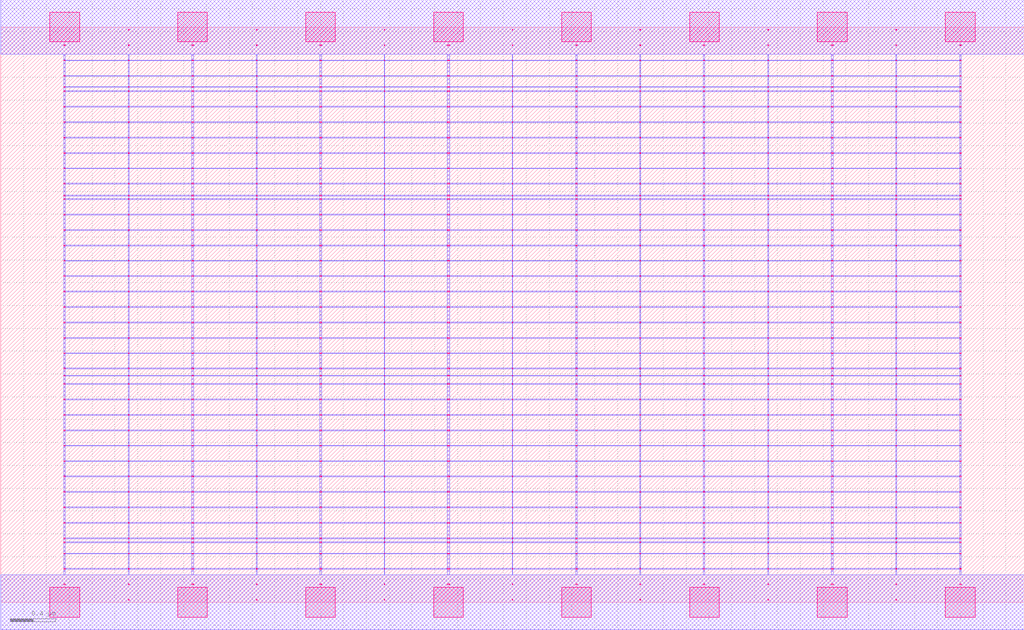
<source format=lef>
MACRO OAAOI213_DEBUG
 CLASS CORE ;
 FOREIGN OAAOI213_DEBUG 0 0 ;
 SIZE 8.96 BY 5.04 ;
 ORIGIN 0 0 ;
 SYMMETRY X Y R90 ;
 SITE unit ;

 OBS
    LAYER polycont ;
     RECT 4.47600000 2.58300000 4.48400000 2.59100000 ;
     RECT 4.47600000 2.71800000 4.48400000 2.72600000 ;
     RECT 4.47600000 2.85300000 4.48400000 2.86100000 ;
     RECT 4.47600000 2.98800000 4.48400000 2.99600000 ;
     RECT 6.71600000 2.58300000 6.72400000 2.59100000 ;
     RECT 7.27100000 2.58300000 7.28900000 2.59100000 ;
     RECT 7.83600000 2.58300000 7.84400000 2.59100000 ;
     RECT 8.39600000 2.58300000 8.40900000 2.59100000 ;
     RECT 5.03600000 2.58300000 5.04900000 2.59100000 ;
     RECT 5.03600000 2.71800000 5.04900000 2.72600000 ;
     RECT 5.59600000 2.71800000 5.60400000 2.72600000 ;
     RECT 6.15100000 2.71800000 6.16400000 2.72600000 ;
     RECT 6.71600000 2.71800000 6.72400000 2.72600000 ;
     RECT 7.27100000 2.71800000 7.28900000 2.72600000 ;
     RECT 7.83600000 2.71800000 7.84400000 2.72600000 ;
     RECT 8.39600000 2.71800000 8.40900000 2.72600000 ;
     RECT 5.59600000 2.58300000 5.60400000 2.59100000 ;
     RECT 5.03600000 2.85300000 5.04900000 2.86100000 ;
     RECT 5.59600000 2.85300000 5.60400000 2.86100000 ;
     RECT 6.15100000 2.85300000 6.16400000 2.86100000 ;
     RECT 6.71600000 2.85300000 6.72400000 2.86100000 ;
     RECT 7.27100000 2.85300000 7.28900000 2.86100000 ;
     RECT 7.83600000 2.85300000 7.84400000 2.86100000 ;
     RECT 8.39600000 2.85300000 8.40900000 2.86100000 ;
     RECT 6.15100000 2.58300000 6.16400000 2.59100000 ;
     RECT 5.03600000 2.98800000 5.04900000 2.99600000 ;
     RECT 5.59600000 2.98800000 5.60400000 2.99600000 ;
     RECT 6.15100000 2.98800000 6.16400000 2.99600000 ;
     RECT 6.71600000 2.98800000 6.72400000 2.99600000 ;
     RECT 7.27100000 2.98800000 7.28900000 2.99600000 ;
     RECT 7.83600000 2.98800000 7.84400000 2.99600000 ;
     RECT 8.39600000 2.98800000 8.40900000 2.99600000 ;
     RECT 5.59600000 3.12300000 5.60400000 3.13100000 ;
     RECT 5.59600000 3.25800000 5.60400000 3.26600000 ;
     RECT 5.59600000 3.39300000 5.60400000 3.40100000 ;
     RECT 5.59600000 3.52800000 5.60400000 3.53600000 ;
     RECT 5.59600000 3.56100000 5.60400000 3.56900000 ;
     RECT 5.59600000 3.66300000 5.60400000 3.67100000 ;
     RECT 5.59600000 3.79800000 5.60400000 3.80600000 ;
     RECT 5.59600000 3.93300000 5.60400000 3.94100000 ;
     RECT 5.59600000 4.06800000 5.60400000 4.07600000 ;
     RECT 5.59600000 4.20300000 5.60400000 4.21100000 ;
     RECT 5.59600000 4.33800000 5.60400000 4.34600000 ;
     RECT 5.59600000 4.47300000 5.60400000 4.48100000 ;
     RECT 5.59600000 4.51100000 5.60400000 4.51900000 ;
     RECT 5.59600000 4.60800000 5.60400000 4.61600000 ;
     RECT 5.59600000 4.74300000 5.60400000 4.75100000 ;
     RECT 5.59600000 4.87800000 5.60400000 4.88600000 ;
     RECT 2.23600000 2.98800000 2.24400000 2.99600000 ;
     RECT 2.79100000 2.98800000 2.80900000 2.99600000 ;
     RECT 3.35600000 2.98800000 3.36400000 2.99600000 ;
     RECT 3.91100000 2.98800000 3.92900000 2.99600000 ;
     RECT 2.23600000 2.58300000 2.24400000 2.59100000 ;
     RECT 2.79100000 2.58300000 2.80900000 2.59100000 ;
     RECT 3.35600000 2.58300000 3.36400000 2.59100000 ;
     RECT 3.91100000 2.58300000 3.92900000 2.59100000 ;
     RECT 0.55100000 2.58300000 0.56400000 2.59100000 ;
     RECT 0.55100000 2.71800000 0.56400000 2.72600000 ;
     RECT 0.55100000 2.85300000 0.56400000 2.86100000 ;
     RECT 1.11600000 2.85300000 1.12400000 2.86100000 ;
     RECT 1.67100000 2.85300000 1.68900000 2.86100000 ;
     RECT 2.23600000 2.85300000 2.24400000 2.86100000 ;
     RECT 2.79100000 2.85300000 2.80900000 2.86100000 ;
     RECT 3.35600000 2.85300000 3.36400000 2.86100000 ;
     RECT 3.91100000 2.85300000 3.92900000 2.86100000 ;
     RECT 1.11600000 2.71800000 1.12400000 2.72600000 ;
     RECT 1.67100000 2.71800000 1.68900000 2.72600000 ;
     RECT 2.23600000 2.71800000 2.24400000 2.72600000 ;
     RECT 2.79100000 2.71800000 2.80900000 2.72600000 ;
     RECT 3.35600000 2.71800000 3.36400000 2.72600000 ;
     RECT 3.91100000 2.71800000 3.92900000 2.72600000 ;
     RECT 1.11600000 2.58300000 1.12400000 2.59100000 ;
     RECT 1.67100000 2.58300000 1.68900000 2.59100000 ;
     RECT 0.55100000 2.98800000 0.56400000 2.99600000 ;
     RECT 1.11600000 2.98800000 1.12400000 2.99600000 ;
     RECT 1.67100000 2.98800000 1.68900000 2.99600000 ;
     RECT 7.83600000 2.31300000 7.84400000 2.32100000 ;
     RECT 8.39600000 2.31300000 8.40900000 2.32100000 ;
     RECT 7.83600000 2.44800000 7.84400000 2.45600000 ;
     RECT 8.39600000 2.44800000 8.40900000 2.45600000 ;
     RECT 7.83600000 0.15300000 7.84400000 0.16100000 ;
     RECT 8.39600000 0.15300000 8.40900000 0.16100000 ;
     RECT 7.83600000 0.28800000 7.84400000 0.29600000 ;
     RECT 8.39600000 0.28800000 8.40900000 0.29600000 ;
     RECT 7.83600000 0.42300000 7.84400000 0.43100000 ;
     RECT 8.39600000 0.42300000 8.40900000 0.43100000 ;
     RECT 7.83600000 0.52100000 7.84400000 0.52900000 ;
     RECT 8.39600000 0.52100000 8.40900000 0.52900000 ;
     RECT 7.83600000 0.55800000 7.84400000 0.56600000 ;
     RECT 8.39600000 0.55800000 8.40900000 0.56600000 ;
     RECT 7.83600000 0.69300000 7.84400000 0.70100000 ;
     RECT 8.39600000 0.69300000 8.40900000 0.70100000 ;
     RECT 7.83600000 0.82800000 7.84400000 0.83600000 ;
     RECT 8.39600000 0.82800000 8.40900000 0.83600000 ;
     RECT 7.83600000 0.96300000 7.84400000 0.97100000 ;
     RECT 8.39600000 0.96300000 8.40900000 0.97100000 ;
     RECT 7.83600000 1.09800000 7.84400000 1.10600000 ;
     RECT 8.39600000 1.09800000 8.40900000 1.10600000 ;
     RECT 7.83600000 1.23300000 7.84400000 1.24100000 ;
     RECT 8.39600000 1.23300000 8.40900000 1.24100000 ;
     RECT 7.83600000 1.36800000 7.84400000 1.37600000 ;
     RECT 8.39600000 1.36800000 8.40900000 1.37600000 ;
     RECT 7.83600000 1.50300000 7.84400000 1.51100000 ;
     RECT 8.39600000 1.50300000 8.40900000 1.51100000 ;
     RECT 7.83600000 1.63800000 7.84400000 1.64600000 ;
     RECT 8.39600000 1.63800000 8.40900000 1.64600000 ;
     RECT 7.83600000 1.77300000 7.84400000 1.78100000 ;
     RECT 8.39600000 1.77300000 8.40900000 1.78100000 ;
     RECT 7.83600000 1.90800000 7.84400000 1.91600000 ;
     RECT 8.39600000 1.90800000 8.40900000 1.91600000 ;
     RECT 7.83600000 1.98100000 7.84400000 1.98900000 ;
     RECT 8.39600000 1.98100000 8.40900000 1.98900000 ;
     RECT 7.83600000 2.04300000 7.84400000 2.05100000 ;
     RECT 8.39600000 2.04300000 8.40900000 2.05100000 ;
     RECT 7.83600000 2.17800000 7.84400000 2.18600000 ;
     RECT 8.39600000 2.17800000 8.40900000 2.18600000 ;

    LAYER pdiffc ;
     RECT 0.55100000 3.39300000 0.55900000 3.40100000 ;
     RECT 5.04100000 3.39300000 5.04900000 3.40100000 ;
     RECT 6.15100000 3.39300000 6.15900000 3.40100000 ;
     RECT 8.40100000 3.39300000 8.40900000 3.40100000 ;
     RECT 0.55100000 3.52800000 0.55900000 3.53600000 ;
     RECT 5.04100000 3.52800000 5.04900000 3.53600000 ;
     RECT 6.15100000 3.52800000 6.15900000 3.53600000 ;
     RECT 8.40100000 3.52800000 8.40900000 3.53600000 ;
     RECT 0.55100000 3.56100000 0.55900000 3.56900000 ;
     RECT 5.04100000 3.56100000 5.04900000 3.56900000 ;
     RECT 6.15100000 3.56100000 6.15900000 3.56900000 ;
     RECT 8.40100000 3.56100000 8.40900000 3.56900000 ;
     RECT 0.55100000 3.66300000 0.55900000 3.67100000 ;
     RECT 5.04100000 3.66300000 5.04900000 3.67100000 ;
     RECT 6.15100000 3.66300000 6.15900000 3.67100000 ;
     RECT 8.40100000 3.66300000 8.40900000 3.67100000 ;
     RECT 0.55100000 3.79800000 0.55900000 3.80600000 ;
     RECT 5.04100000 3.79800000 5.04900000 3.80600000 ;
     RECT 6.15100000 3.79800000 6.15900000 3.80600000 ;
     RECT 8.40100000 3.79800000 8.40900000 3.80600000 ;
     RECT 0.55100000 3.93300000 0.55900000 3.94100000 ;
     RECT 5.04100000 3.93300000 5.04900000 3.94100000 ;
     RECT 6.15100000 3.93300000 6.15900000 3.94100000 ;
     RECT 8.40100000 3.93300000 8.40900000 3.94100000 ;
     RECT 0.55100000 4.06800000 0.55900000 4.07600000 ;
     RECT 5.04100000 4.06800000 5.04900000 4.07600000 ;
     RECT 6.15100000 4.06800000 6.15900000 4.07600000 ;
     RECT 8.40100000 4.06800000 8.40900000 4.07600000 ;
     RECT 0.55100000 4.20300000 0.55900000 4.21100000 ;
     RECT 5.04100000 4.20300000 5.04900000 4.21100000 ;
     RECT 6.15100000 4.20300000 6.15900000 4.21100000 ;
     RECT 8.40100000 4.20300000 8.40900000 4.21100000 ;
     RECT 0.55100000 4.33800000 0.55900000 4.34600000 ;
     RECT 5.04100000 4.33800000 5.04900000 4.34600000 ;
     RECT 6.15100000 4.33800000 6.15900000 4.34600000 ;
     RECT 8.40100000 4.33800000 8.40900000 4.34600000 ;
     RECT 0.55100000 4.47300000 0.55900000 4.48100000 ;
     RECT 5.04100000 4.47300000 5.04900000 4.48100000 ;
     RECT 6.15100000 4.47300000 6.15900000 4.48100000 ;
     RECT 8.40100000 4.47300000 8.40900000 4.48100000 ;
     RECT 0.55100000 4.51100000 0.55900000 4.51900000 ;
     RECT 5.04100000 4.51100000 5.04900000 4.51900000 ;
     RECT 6.15100000 4.51100000 6.15900000 4.51900000 ;
     RECT 8.40100000 4.51100000 8.40900000 4.51900000 ;
     RECT 0.55100000 4.60800000 0.55900000 4.61600000 ;
     RECT 5.04100000 4.60800000 5.04900000 4.61600000 ;
     RECT 6.15100000 4.60800000 6.15900000 4.61600000 ;
     RECT 8.40100000 4.60800000 8.40900000 4.61600000 ;

    LAYER ndiffc ;
     RECT 3.91100000 0.42300000 3.92900000 0.43100000 ;
     RECT 3.91100000 0.52100000 3.92900000 0.52900000 ;
     RECT 3.91100000 0.55800000 3.92900000 0.56600000 ;
     RECT 3.91100000 0.69300000 3.92900000 0.70100000 ;
     RECT 3.91100000 0.82800000 3.92900000 0.83600000 ;
     RECT 3.91100000 0.96300000 3.92900000 0.97100000 ;
     RECT 3.91100000 1.09800000 3.92900000 1.10600000 ;
     RECT 3.91100000 1.23300000 3.92900000 1.24100000 ;
     RECT 3.91100000 1.36800000 3.92900000 1.37600000 ;
     RECT 3.91100000 1.50300000 3.92900000 1.51100000 ;
     RECT 3.91100000 1.63800000 3.92900000 1.64600000 ;
     RECT 3.91100000 1.77300000 3.92900000 1.78100000 ;
     RECT 3.91100000 1.90800000 3.92900000 1.91600000 ;
     RECT 3.91100000 1.98100000 3.92900000 1.98900000 ;
     RECT 3.91100000 2.04300000 3.92900000 2.05100000 ;
     RECT 7.27100000 0.69300000 7.28900000 0.70100000 ;
     RECT 5.03600000 0.42300000 5.04900000 0.43100000 ;
     RECT 5.03600000 0.82800000 5.04900000 0.83600000 ;
     RECT 6.15100000 0.82800000 6.16400000 0.83600000 ;
     RECT 7.27100000 0.82800000 7.28900000 0.83600000 ;
     RECT 5.03600000 0.52100000 5.04900000 0.52900000 ;
     RECT 5.03600000 0.96300000 5.04900000 0.97100000 ;
     RECT 6.15100000 0.96300000 6.16400000 0.97100000 ;
     RECT 7.27100000 0.96300000 7.28900000 0.97100000 ;
     RECT 6.15100000 0.52100000 6.16400000 0.52900000 ;
     RECT 5.03600000 1.09800000 5.04900000 1.10600000 ;
     RECT 6.15100000 1.09800000 6.16400000 1.10600000 ;
     RECT 7.27100000 1.09800000 7.28900000 1.10600000 ;
     RECT 7.27100000 0.52100000 7.28900000 0.52900000 ;
     RECT 5.03600000 1.23300000 5.04900000 1.24100000 ;
     RECT 6.15100000 1.23300000 6.16400000 1.24100000 ;
     RECT 7.27100000 1.23300000 7.28900000 1.24100000 ;
     RECT 6.15100000 0.42300000 6.16400000 0.43100000 ;
     RECT 5.03600000 1.36800000 5.04900000 1.37600000 ;
     RECT 6.15100000 1.36800000 6.16400000 1.37600000 ;
     RECT 7.27100000 1.36800000 7.28900000 1.37600000 ;
     RECT 5.03600000 0.55800000 5.04900000 0.56600000 ;
     RECT 5.03600000 1.50300000 5.04900000 1.51100000 ;
     RECT 6.15100000 1.50300000 6.16400000 1.51100000 ;
     RECT 7.27100000 1.50300000 7.28900000 1.51100000 ;
     RECT 6.15100000 0.55800000 6.16400000 0.56600000 ;
     RECT 5.03600000 1.63800000 5.04900000 1.64600000 ;
     RECT 6.15100000 1.63800000 6.16400000 1.64600000 ;
     RECT 7.27100000 1.63800000 7.28900000 1.64600000 ;
     RECT 7.27100000 0.55800000 7.28900000 0.56600000 ;
     RECT 5.03600000 1.77300000 5.04900000 1.78100000 ;
     RECT 6.15100000 1.77300000 6.16400000 1.78100000 ;
     RECT 7.27100000 1.77300000 7.28900000 1.78100000 ;
     RECT 7.27100000 0.42300000 7.28900000 0.43100000 ;
     RECT 5.03600000 1.90800000 5.04900000 1.91600000 ;
     RECT 6.15100000 1.90800000 6.16400000 1.91600000 ;
     RECT 7.27100000 1.90800000 7.28900000 1.91600000 ;
     RECT 5.03600000 0.69300000 5.04900000 0.70100000 ;
     RECT 5.03600000 1.98100000 5.04900000 1.98900000 ;
     RECT 6.15100000 1.98100000 6.16400000 1.98900000 ;
     RECT 7.27100000 1.98100000 7.28900000 1.98900000 ;
     RECT 6.15100000 0.69300000 6.16400000 0.70100000 ;
     RECT 5.03600000 2.04300000 5.04900000 2.05100000 ;
     RECT 6.15100000 2.04300000 6.16400000 2.05100000 ;
     RECT 7.27100000 2.04300000 7.28900000 2.05100000 ;
     RECT 2.79100000 0.52100000 2.80900000 0.52900000 ;
     RECT 1.67100000 0.42300000 1.68900000 0.43100000 ;
     RECT 0.55100000 0.96300000 0.56400000 0.97100000 ;
     RECT 0.55100000 1.50300000 0.56400000 1.51100000 ;
     RECT 1.67100000 1.50300000 1.68900000 1.51100000 ;
     RECT 2.79100000 1.50300000 2.80900000 1.51100000 ;
     RECT 1.67100000 0.96300000 1.68900000 0.97100000 ;
     RECT 2.79100000 0.96300000 2.80900000 0.97100000 ;
     RECT 2.79100000 0.42300000 2.80900000 0.43100000 ;
     RECT 0.55100000 0.69300000 0.56400000 0.70100000 ;
     RECT 0.55100000 1.63800000 0.56400000 1.64600000 ;
     RECT 1.67100000 1.63800000 1.68900000 1.64600000 ;
     RECT 2.79100000 1.63800000 2.80900000 1.64600000 ;
     RECT 1.67100000 0.69300000 1.68900000 0.70100000 ;
     RECT 2.79100000 0.69300000 2.80900000 0.70100000 ;
     RECT 0.55100000 1.09800000 0.56400000 1.10600000 ;
     RECT 1.67100000 1.09800000 1.68900000 1.10600000 ;
     RECT 0.55100000 1.77300000 0.56400000 1.78100000 ;
     RECT 1.67100000 1.77300000 1.68900000 1.78100000 ;
     RECT 2.79100000 1.77300000 2.80900000 1.78100000 ;
     RECT 2.79100000 1.09800000 2.80900000 1.10600000 ;
     RECT 0.55100000 0.42300000 0.56400000 0.43100000 ;
     RECT 0.55100000 0.52100000 0.56400000 0.52900000 ;
     RECT 0.55100000 0.55800000 0.56400000 0.56600000 ;
     RECT 0.55100000 1.90800000 0.56400000 1.91600000 ;
     RECT 1.67100000 1.90800000 1.68900000 1.91600000 ;
     RECT 2.79100000 1.90800000 2.80900000 1.91600000 ;
     RECT 1.67100000 0.55800000 1.68900000 0.56600000 ;
     RECT 0.55100000 1.23300000 0.56400000 1.24100000 ;
     RECT 1.67100000 1.23300000 1.68900000 1.24100000 ;
     RECT 2.79100000 1.23300000 2.80900000 1.24100000 ;
     RECT 0.55100000 1.98100000 0.56400000 1.98900000 ;
     RECT 1.67100000 1.98100000 1.68900000 1.98900000 ;
     RECT 2.79100000 1.98100000 2.80900000 1.98900000 ;
     RECT 0.55100000 0.82800000 0.56400000 0.83600000 ;
     RECT 1.67100000 0.82800000 1.68900000 0.83600000 ;
     RECT 2.79100000 0.82800000 2.80900000 0.83600000 ;
     RECT 2.79100000 0.55800000 2.80900000 0.56600000 ;
     RECT 0.55100000 2.04300000 0.56400000 2.05100000 ;
     RECT 1.67100000 2.04300000 1.68900000 2.05100000 ;
     RECT 2.79100000 2.04300000 2.80900000 2.05100000 ;
     RECT 0.55100000 1.36800000 0.56400000 1.37600000 ;
     RECT 1.67100000 1.36800000 1.68900000 1.37600000 ;
     RECT 2.79100000 1.36800000 2.80900000 1.37600000 ;
     RECT 1.67100000 0.52100000 1.68900000 0.52900000 ;

    LAYER met1 ;
     RECT 0.00000000 -0.24000000 8.96000000 0.24000000 ;
     RECT 4.47600000 0.24000000 4.48400000 0.28800000 ;
     RECT 0.55100000 0.28800000 8.40900000 0.29600000 ;
     RECT 4.47600000 0.29600000 4.48400000 0.42300000 ;
     RECT 0.55100000 0.42300000 8.40900000 0.43100000 ;
     RECT 4.47600000 0.43100000 4.48400000 0.52100000 ;
     RECT 0.55100000 0.52100000 8.40900000 0.52900000 ;
     RECT 4.47600000 0.52900000 4.48400000 0.55800000 ;
     RECT 0.55100000 0.55800000 8.40900000 0.56600000 ;
     RECT 4.47600000 0.56600000 4.48400000 0.69300000 ;
     RECT 0.55100000 0.69300000 8.40900000 0.70100000 ;
     RECT 4.47600000 0.70100000 4.48400000 0.82800000 ;
     RECT 0.55100000 0.82800000 8.40900000 0.83600000 ;
     RECT 4.47600000 0.83600000 4.48400000 0.96300000 ;
     RECT 0.55100000 0.96300000 8.40900000 0.97100000 ;
     RECT 4.47600000 0.97100000 4.48400000 1.09800000 ;
     RECT 0.55100000 1.09800000 8.40900000 1.10600000 ;
     RECT 4.47600000 1.10600000 4.48400000 1.23300000 ;
     RECT 0.55100000 1.23300000 8.40900000 1.24100000 ;
     RECT 4.47600000 1.24100000 4.48400000 1.36800000 ;
     RECT 0.55100000 1.36800000 8.40900000 1.37600000 ;
     RECT 4.47600000 1.37600000 4.48400000 1.50300000 ;
     RECT 0.55100000 1.50300000 8.40900000 1.51100000 ;
     RECT 4.47600000 1.51100000 4.48400000 1.63800000 ;
     RECT 0.55100000 1.63800000 8.40900000 1.64600000 ;
     RECT 4.47600000 1.64600000 4.48400000 1.77300000 ;
     RECT 0.55100000 1.77300000 8.40900000 1.78100000 ;
     RECT 4.47600000 1.78100000 4.48400000 1.90800000 ;
     RECT 0.55100000 1.90800000 8.40900000 1.91600000 ;
     RECT 4.47600000 1.91600000 4.48400000 1.98100000 ;
     RECT 0.55100000 1.98100000 8.40900000 1.98900000 ;
     RECT 4.47600000 1.98900000 4.48400000 2.04300000 ;
     RECT 0.55100000 2.04300000 8.40900000 2.05100000 ;
     RECT 4.47600000 2.05100000 4.48400000 2.17800000 ;
     RECT 0.55100000 2.17800000 8.40900000 2.18600000 ;
     RECT 4.47600000 2.18600000 4.48400000 2.31300000 ;
     RECT 0.55100000 2.31300000 8.40900000 2.32100000 ;
     RECT 4.47600000 2.32100000 4.48400000 2.44800000 ;
     RECT 0.55100000 2.44800000 8.40900000 2.45600000 ;
     RECT 0.55100000 2.45600000 0.56400000 2.58300000 ;
     RECT 1.11600000 2.45600000 1.12400000 2.58300000 ;
     RECT 1.67100000 2.45600000 1.68900000 2.58300000 ;
     RECT 2.23600000 2.45600000 2.24400000 2.58300000 ;
     RECT 2.79100000 2.45600000 2.80900000 2.58300000 ;
     RECT 3.35600000 2.45600000 3.36400000 2.58300000 ;
     RECT 3.91100000 2.45600000 3.92900000 2.58300000 ;
     RECT 4.47600000 2.45600000 4.48400000 2.58300000 ;
     RECT 5.03600000 2.45600000 5.04900000 2.58300000 ;
     RECT 5.59600000 2.45600000 5.60400000 2.58300000 ;
     RECT 6.15100000 2.45600000 6.16400000 2.58300000 ;
     RECT 6.71600000 2.45600000 6.72400000 2.58300000 ;
     RECT 7.27100000 2.45600000 7.28900000 2.58300000 ;
     RECT 7.83600000 2.45600000 7.84400000 2.58300000 ;
     RECT 8.39600000 2.45600000 8.40900000 2.58300000 ;
     RECT 0.55100000 2.58300000 8.40900000 2.59100000 ;
     RECT 4.47600000 2.59100000 4.48400000 2.71800000 ;
     RECT 0.55100000 2.71800000 8.40900000 2.72600000 ;
     RECT 4.47600000 2.72600000 4.48400000 2.85300000 ;
     RECT 0.55100000 2.85300000 8.40900000 2.86100000 ;
     RECT 4.47600000 2.86100000 4.48400000 2.98800000 ;
     RECT 0.55100000 2.98800000 8.40900000 2.99600000 ;
     RECT 4.47600000 2.99600000 4.48400000 3.12300000 ;
     RECT 0.55100000 3.12300000 8.40900000 3.13100000 ;
     RECT 4.47600000 3.13100000 4.48400000 3.25800000 ;
     RECT 0.55100000 3.25800000 8.40900000 3.26600000 ;
     RECT 4.47600000 3.26600000 4.48400000 3.39300000 ;
     RECT 0.55100000 3.39300000 8.40900000 3.40100000 ;
     RECT 4.47600000 3.40100000 4.48400000 3.52800000 ;
     RECT 0.55100000 3.52800000 8.40900000 3.53600000 ;
     RECT 4.47600000 3.53600000 4.48400000 3.56100000 ;
     RECT 0.55100000 3.56100000 8.40900000 3.56900000 ;
     RECT 4.47600000 3.56900000 4.48400000 3.66300000 ;
     RECT 0.55100000 3.66300000 8.40900000 3.67100000 ;
     RECT 4.47600000 3.67100000 4.48400000 3.79800000 ;
     RECT 0.55100000 3.79800000 8.40900000 3.80600000 ;
     RECT 4.47600000 3.80600000 4.48400000 3.93300000 ;
     RECT 0.55100000 3.93300000 8.40900000 3.94100000 ;
     RECT 4.47600000 3.94100000 4.48400000 4.06800000 ;
     RECT 0.55100000 4.06800000 8.40900000 4.07600000 ;
     RECT 4.47600000 4.07600000 4.48400000 4.20300000 ;
     RECT 0.55100000 4.20300000 8.40900000 4.21100000 ;
     RECT 4.47600000 4.21100000 4.48400000 4.33800000 ;
     RECT 0.55100000 4.33800000 8.40900000 4.34600000 ;
     RECT 4.47600000 4.34600000 4.48400000 4.47300000 ;
     RECT 0.55100000 4.47300000 8.40900000 4.48100000 ;
     RECT 4.47600000 4.48100000 4.48400000 4.51100000 ;
     RECT 0.55100000 4.51100000 8.40900000 4.51900000 ;
     RECT 4.47600000 4.51900000 4.48400000 4.60800000 ;
     RECT 0.55100000 4.60800000 8.40900000 4.61600000 ;
     RECT 4.47600000 4.61600000 4.48400000 4.74300000 ;
     RECT 0.55100000 4.74300000 8.40900000 4.75100000 ;
     RECT 4.47600000 4.75100000 4.48400000 4.80000000 ;
     RECT 0.00000000 4.80000000 8.96000000 5.28000000 ;
     RECT 6.71600000 3.13100000 6.72400000 3.25800000 ;
     RECT 6.71600000 3.26600000 6.72400000 3.39300000 ;
     RECT 6.71600000 3.40100000 6.72400000 3.52800000 ;
     RECT 6.71600000 2.72600000 6.72400000 2.85300000 ;
     RECT 6.71600000 3.53600000 6.72400000 3.56100000 ;
     RECT 6.71600000 3.56900000 6.72400000 3.66300000 ;
     RECT 6.71600000 2.59100000 6.72400000 2.71800000 ;
     RECT 6.71600000 3.67100000 6.72400000 3.79800000 ;
     RECT 5.03600000 3.80600000 5.04900000 3.93300000 ;
     RECT 5.59600000 3.80600000 5.60400000 3.93300000 ;
     RECT 6.15100000 3.80600000 6.16400000 3.93300000 ;
     RECT 6.71600000 3.80600000 6.72400000 3.93300000 ;
     RECT 7.27100000 3.80600000 7.28900000 3.93300000 ;
     RECT 7.83600000 3.80600000 7.84400000 3.93300000 ;
     RECT 8.39600000 3.80600000 8.40900000 3.93300000 ;
     RECT 6.71600000 2.86100000 6.72400000 2.98800000 ;
     RECT 6.71600000 3.94100000 6.72400000 4.06800000 ;
     RECT 6.71600000 4.07600000 6.72400000 4.20300000 ;
     RECT 6.71600000 4.21100000 6.72400000 4.33800000 ;
     RECT 6.71600000 4.34600000 6.72400000 4.47300000 ;
     RECT 6.71600000 4.48100000 6.72400000 4.51100000 ;
     RECT 6.71600000 2.99600000 6.72400000 3.12300000 ;
     RECT 6.71600000 4.51900000 6.72400000 4.60800000 ;
     RECT 6.71600000 4.61600000 6.72400000 4.74300000 ;
     RECT 6.71600000 4.75100000 6.72400000 4.80000000 ;
     RECT 7.27100000 4.21100000 7.28900000 4.33800000 ;
     RECT 7.83600000 4.21100000 7.84400000 4.33800000 ;
     RECT 8.39600000 4.21100000 8.40900000 4.33800000 ;
     RECT 8.39600000 3.94100000 8.40900000 4.06800000 ;
     RECT 7.27100000 4.34600000 7.28900000 4.47300000 ;
     RECT 7.83600000 4.34600000 7.84400000 4.47300000 ;
     RECT 8.39600000 4.34600000 8.40900000 4.47300000 ;
     RECT 7.27100000 3.94100000 7.28900000 4.06800000 ;
     RECT 7.27100000 4.48100000 7.28900000 4.51100000 ;
     RECT 7.83600000 4.48100000 7.84400000 4.51100000 ;
     RECT 8.39600000 4.48100000 8.40900000 4.51100000 ;
     RECT 7.27100000 4.07600000 7.28900000 4.20300000 ;
     RECT 7.83600000 4.07600000 7.84400000 4.20300000 ;
     RECT 7.27100000 4.51900000 7.28900000 4.60800000 ;
     RECT 7.83600000 4.51900000 7.84400000 4.60800000 ;
     RECT 8.39600000 4.51900000 8.40900000 4.60800000 ;
     RECT 8.39600000 4.07600000 8.40900000 4.20300000 ;
     RECT 7.27100000 4.61600000 7.28900000 4.74300000 ;
     RECT 7.83600000 4.61600000 7.84400000 4.74300000 ;
     RECT 8.39600000 4.61600000 8.40900000 4.74300000 ;
     RECT 7.83600000 3.94100000 7.84400000 4.06800000 ;
     RECT 7.27100000 4.75100000 7.28900000 4.80000000 ;
     RECT 7.83600000 4.75100000 7.84400000 4.80000000 ;
     RECT 8.39600000 4.75100000 8.40900000 4.80000000 ;
     RECT 6.15100000 4.07600000 6.16400000 4.20300000 ;
     RECT 5.59600000 3.94100000 5.60400000 4.06800000 ;
     RECT 6.15100000 3.94100000 6.16400000 4.06800000 ;
     RECT 5.03600000 4.51900000 5.04900000 4.60800000 ;
     RECT 5.59600000 4.51900000 5.60400000 4.60800000 ;
     RECT 6.15100000 4.51900000 6.16400000 4.60800000 ;
     RECT 5.03600000 4.34600000 5.04900000 4.47300000 ;
     RECT 5.59600000 4.34600000 5.60400000 4.47300000 ;
     RECT 6.15100000 4.34600000 6.16400000 4.47300000 ;
     RECT 5.03600000 3.94100000 5.04900000 4.06800000 ;
     RECT 5.03600000 4.61600000 5.04900000 4.74300000 ;
     RECT 5.59600000 4.61600000 5.60400000 4.74300000 ;
     RECT 6.15100000 4.61600000 6.16400000 4.74300000 ;
     RECT 5.03600000 4.07600000 5.04900000 4.20300000 ;
     RECT 5.03600000 4.21100000 5.04900000 4.33800000 ;
     RECT 5.59600000 4.21100000 5.60400000 4.33800000 ;
     RECT 5.03600000 4.48100000 5.04900000 4.51100000 ;
     RECT 5.03600000 4.75100000 5.04900000 4.80000000 ;
     RECT 5.59600000 4.75100000 5.60400000 4.80000000 ;
     RECT 6.15100000 4.75100000 6.16400000 4.80000000 ;
     RECT 5.59600000 4.48100000 5.60400000 4.51100000 ;
     RECT 6.15100000 4.48100000 6.16400000 4.51100000 ;
     RECT 6.15100000 4.21100000 6.16400000 4.33800000 ;
     RECT 5.59600000 4.07600000 5.60400000 4.20300000 ;
     RECT 5.03600000 3.56900000 5.04900000 3.66300000 ;
     RECT 5.59600000 3.56900000 5.60400000 3.66300000 ;
     RECT 6.15100000 3.56900000 6.16400000 3.66300000 ;
     RECT 5.03600000 3.26600000 5.04900000 3.39300000 ;
     RECT 6.15100000 2.59100000 6.16400000 2.71800000 ;
     RECT 5.59600000 3.26600000 5.60400000 3.39300000 ;
     RECT 5.03600000 3.67100000 5.04900000 3.79800000 ;
     RECT 5.59600000 3.67100000 5.60400000 3.79800000 ;
     RECT 6.15100000 3.67100000 6.16400000 3.79800000 ;
     RECT 6.15100000 3.26600000 6.16400000 3.39300000 ;
     RECT 5.03600000 2.86100000 5.04900000 2.98800000 ;
     RECT 5.59600000 2.86100000 5.60400000 2.98800000 ;
     RECT 6.15100000 3.13100000 6.16400000 3.25800000 ;
     RECT 5.59600000 2.72600000 5.60400000 2.85300000 ;
     RECT 6.15100000 2.72600000 6.16400000 2.85300000 ;
     RECT 5.03600000 3.40100000 5.04900000 3.52800000 ;
     RECT 5.59600000 3.40100000 5.60400000 3.52800000 ;
     RECT 5.03600000 2.99600000 5.04900000 3.12300000 ;
     RECT 6.15100000 3.40100000 6.16400000 3.52800000 ;
     RECT 5.59600000 3.13100000 5.60400000 3.25800000 ;
     RECT 6.15100000 2.86100000 6.16400000 2.98800000 ;
     RECT 5.03600000 2.59100000 5.04900000 2.71800000 ;
     RECT 5.59600000 2.59100000 5.60400000 2.71800000 ;
     RECT 5.03600000 3.53600000 5.04900000 3.56100000 ;
     RECT 5.59600000 3.53600000 5.60400000 3.56100000 ;
     RECT 6.15100000 3.53600000 6.16400000 3.56100000 ;
     RECT 5.59600000 2.99600000 5.60400000 3.12300000 ;
     RECT 6.15100000 2.99600000 6.16400000 3.12300000 ;
     RECT 5.03600000 2.72600000 5.04900000 2.85300000 ;
     RECT 5.03600000 3.13100000 5.04900000 3.25800000 ;
     RECT 7.83600000 2.72600000 7.84400000 2.85300000 ;
     RECT 8.39600000 2.86100000 8.40900000 2.98800000 ;
     RECT 7.27100000 2.59100000 7.28900000 2.71800000 ;
     RECT 7.27100000 2.99600000 7.28900000 3.12300000 ;
     RECT 8.39600000 2.72600000 8.40900000 2.85300000 ;
     RECT 8.39600000 3.26600000 8.40900000 3.39300000 ;
     RECT 7.27100000 3.40100000 7.28900000 3.52800000 ;
     RECT 7.83600000 3.40100000 7.84400000 3.52800000 ;
     RECT 8.39600000 3.40100000 8.40900000 3.52800000 ;
     RECT 7.27100000 3.56900000 7.28900000 3.66300000 ;
     RECT 7.83600000 3.56900000 7.84400000 3.66300000 ;
     RECT 7.83600000 2.99600000 7.84400000 3.12300000 ;
     RECT 8.39600000 2.99600000 8.40900000 3.12300000 ;
     RECT 7.83600000 2.59100000 7.84400000 2.71800000 ;
     RECT 8.39600000 3.56900000 8.40900000 3.66300000 ;
     RECT 7.27100000 3.13100000 7.28900000 3.25800000 ;
     RECT 7.27100000 2.72600000 7.28900000 2.85300000 ;
     RECT 7.83600000 3.13100000 7.84400000 3.25800000 ;
     RECT 8.39600000 3.13100000 8.40900000 3.25800000 ;
     RECT 7.27100000 3.26600000 7.28900000 3.39300000 ;
     RECT 8.39600000 2.59100000 8.40900000 2.71800000 ;
     RECT 7.83600000 3.26600000 7.84400000 3.39300000 ;
     RECT 7.27100000 2.86100000 7.28900000 2.98800000 ;
     RECT 7.83600000 2.86100000 7.84400000 2.98800000 ;
     RECT 7.27100000 3.67100000 7.28900000 3.79800000 ;
     RECT 7.83600000 3.67100000 7.84400000 3.79800000 ;
     RECT 8.39600000 3.67100000 8.40900000 3.79800000 ;
     RECT 7.27100000 3.53600000 7.28900000 3.56100000 ;
     RECT 7.83600000 3.53600000 7.84400000 3.56100000 ;
     RECT 8.39600000 3.53600000 8.40900000 3.56100000 ;
     RECT 2.23600000 3.94100000 2.24400000 4.06800000 ;
     RECT 2.23600000 3.40100000 2.24400000 3.52800000 ;
     RECT 2.23600000 4.07600000 2.24400000 4.20300000 ;
     RECT 2.23600000 3.53600000 2.24400000 3.56100000 ;
     RECT 2.23600000 4.21100000 2.24400000 4.33800000 ;
     RECT 2.23600000 2.86100000 2.24400000 2.98800000 ;
     RECT 2.23600000 3.13100000 2.24400000 3.25800000 ;
     RECT 2.23600000 4.34600000 2.24400000 4.47300000 ;
     RECT 2.23600000 3.56900000 2.24400000 3.66300000 ;
     RECT 2.23600000 4.48100000 2.24400000 4.51100000 ;
     RECT 2.23600000 2.72600000 2.24400000 2.85300000 ;
     RECT 2.23600000 4.51900000 2.24400000 4.60800000 ;
     RECT 2.23600000 3.67100000 2.24400000 3.79800000 ;
     RECT 2.23600000 4.61600000 2.24400000 4.74300000 ;
     RECT 2.23600000 3.26600000 2.24400000 3.39300000 ;
     RECT 2.23600000 2.59100000 2.24400000 2.71800000 ;
     RECT 0.55100000 3.80600000 0.56400000 3.93300000 ;
     RECT 1.11600000 3.80600000 1.12400000 3.93300000 ;
     RECT 2.23600000 4.75100000 2.24400000 4.80000000 ;
     RECT 1.67100000 3.80600000 1.68900000 3.93300000 ;
     RECT 2.23600000 3.80600000 2.24400000 3.93300000 ;
     RECT 2.79100000 3.80600000 2.80900000 3.93300000 ;
     RECT 3.35600000 3.80600000 3.36400000 3.93300000 ;
     RECT 3.91100000 3.80600000 3.92900000 3.93300000 ;
     RECT 2.23600000 2.99600000 2.24400000 3.12300000 ;
     RECT 2.79100000 3.94100000 2.80900000 4.06800000 ;
     RECT 2.79100000 4.21100000 2.80900000 4.33800000 ;
     RECT 2.79100000 4.51900000 2.80900000 4.60800000 ;
     RECT 3.35600000 4.51900000 3.36400000 4.60800000 ;
     RECT 3.91100000 4.51900000 3.92900000 4.60800000 ;
     RECT 3.35600000 4.21100000 3.36400000 4.33800000 ;
     RECT 3.91100000 4.21100000 3.92900000 4.33800000 ;
     RECT 2.79100000 4.61600000 2.80900000 4.74300000 ;
     RECT 3.35600000 4.61600000 3.36400000 4.74300000 ;
     RECT 3.91100000 4.61600000 3.92900000 4.74300000 ;
     RECT 3.35600000 3.94100000 3.36400000 4.06800000 ;
     RECT 2.79100000 4.07600000 2.80900000 4.20300000 ;
     RECT 3.35600000 4.07600000 3.36400000 4.20300000 ;
     RECT 2.79100000 4.34600000 2.80900000 4.47300000 ;
     RECT 3.35600000 4.34600000 3.36400000 4.47300000 ;
     RECT 2.79100000 4.75100000 2.80900000 4.80000000 ;
     RECT 3.35600000 4.75100000 3.36400000 4.80000000 ;
     RECT 3.91100000 4.75100000 3.92900000 4.80000000 ;
     RECT 3.91100000 4.34600000 3.92900000 4.47300000 ;
     RECT 3.91100000 4.07600000 3.92900000 4.20300000 ;
     RECT 3.91100000 3.94100000 3.92900000 4.06800000 ;
     RECT 2.79100000 4.48100000 2.80900000 4.51100000 ;
     RECT 3.35600000 4.48100000 3.36400000 4.51100000 ;
     RECT 3.91100000 4.48100000 3.92900000 4.51100000 ;
     RECT 0.55100000 4.61600000 0.56400000 4.74300000 ;
     RECT 1.11600000 4.61600000 1.12400000 4.74300000 ;
     RECT 1.67100000 4.61600000 1.68900000 4.74300000 ;
     RECT 1.67100000 4.07600000 1.68900000 4.20300000 ;
     RECT 1.67100000 3.94100000 1.68900000 4.06800000 ;
     RECT 0.55100000 4.48100000 0.56400000 4.51100000 ;
     RECT 1.11600000 4.48100000 1.12400000 4.51100000 ;
     RECT 1.67100000 4.48100000 1.68900000 4.51100000 ;
     RECT 0.55100000 3.94100000 0.56400000 4.06800000 ;
     RECT 1.11600000 3.94100000 1.12400000 4.06800000 ;
     RECT 0.55100000 4.07600000 0.56400000 4.20300000 ;
     RECT 0.55100000 4.75100000 0.56400000 4.80000000 ;
     RECT 1.11600000 4.75100000 1.12400000 4.80000000 ;
     RECT 1.67100000 4.75100000 1.68900000 4.80000000 ;
     RECT 1.11600000 4.07600000 1.12400000 4.20300000 ;
     RECT 0.55100000 4.34600000 0.56400000 4.47300000 ;
     RECT 0.55100000 4.51900000 0.56400000 4.60800000 ;
     RECT 1.11600000 4.51900000 1.12400000 4.60800000 ;
     RECT 1.67100000 4.51900000 1.68900000 4.60800000 ;
     RECT 1.11600000 4.34600000 1.12400000 4.47300000 ;
     RECT 1.67100000 4.34600000 1.68900000 4.47300000 ;
     RECT 0.55100000 4.21100000 0.56400000 4.33800000 ;
     RECT 1.11600000 4.21100000 1.12400000 4.33800000 ;
     RECT 1.67100000 4.21100000 1.68900000 4.33800000 ;
     RECT 0.55100000 3.56900000 0.56400000 3.66300000 ;
     RECT 1.11600000 3.26600000 1.12400000 3.39300000 ;
     RECT 1.67100000 3.26600000 1.68900000 3.39300000 ;
     RECT 1.11600000 3.56900000 1.12400000 3.66300000 ;
     RECT 1.67100000 3.56900000 1.68900000 3.66300000 ;
     RECT 0.55100000 2.72600000 0.56400000 2.85300000 ;
     RECT 1.67100000 3.40100000 1.68900000 3.52800000 ;
     RECT 1.11600000 2.72600000 1.12400000 2.85300000 ;
     RECT 0.55100000 2.86100000 0.56400000 2.98800000 ;
     RECT 1.11600000 2.86100000 1.12400000 2.98800000 ;
     RECT 0.55100000 3.13100000 0.56400000 3.25800000 ;
     RECT 1.11600000 3.13100000 1.12400000 3.25800000 ;
     RECT 1.67100000 3.13100000 1.68900000 3.25800000 ;
     RECT 1.67100000 2.72600000 1.68900000 2.85300000 ;
     RECT 1.67100000 2.86100000 1.68900000 2.98800000 ;
     RECT 1.67100000 2.59100000 1.68900000 2.71800000 ;
     RECT 0.55100000 3.26600000 0.56400000 3.39300000 ;
     RECT 0.55100000 3.53600000 0.56400000 3.56100000 ;
     RECT 1.11600000 3.53600000 1.12400000 3.56100000 ;
     RECT 1.67100000 3.53600000 1.68900000 3.56100000 ;
     RECT 0.55100000 3.40100000 0.56400000 3.52800000 ;
     RECT 1.11600000 3.40100000 1.12400000 3.52800000 ;
     RECT 0.55100000 2.59100000 0.56400000 2.71800000 ;
     RECT 1.11600000 2.59100000 1.12400000 2.71800000 ;
     RECT 0.55100000 3.67100000 0.56400000 3.79800000 ;
     RECT 1.11600000 3.67100000 1.12400000 3.79800000 ;
     RECT 0.55100000 2.99600000 0.56400000 3.12300000 ;
     RECT 1.11600000 2.99600000 1.12400000 3.12300000 ;
     RECT 1.67100000 2.99600000 1.68900000 3.12300000 ;
     RECT 1.67100000 3.67100000 1.68900000 3.79800000 ;
     RECT 3.91100000 3.40100000 3.92900000 3.52800000 ;
     RECT 3.91100000 3.13100000 3.92900000 3.25800000 ;
     RECT 2.79100000 2.72600000 2.80900000 2.85300000 ;
     RECT 3.35600000 2.72600000 3.36400000 2.85300000 ;
     RECT 3.91100000 2.72600000 3.92900000 2.85300000 ;
     RECT 2.79100000 2.86100000 2.80900000 2.98800000 ;
     RECT 2.79100000 3.26600000 2.80900000 3.39300000 ;
     RECT 3.35600000 3.26600000 3.36400000 3.39300000 ;
     RECT 3.91100000 3.26600000 3.92900000 3.39300000 ;
     RECT 3.91100000 2.99600000 3.92900000 3.12300000 ;
     RECT 2.79100000 2.59100000 2.80900000 2.71800000 ;
     RECT 3.35600000 2.59100000 3.36400000 2.71800000 ;
     RECT 3.91100000 2.59100000 3.92900000 2.71800000 ;
     RECT 3.35600000 2.99600000 3.36400000 3.12300000 ;
     RECT 2.79100000 3.13100000 2.80900000 3.25800000 ;
     RECT 2.79100000 3.56900000 2.80900000 3.66300000 ;
     RECT 3.35600000 3.56900000 3.36400000 3.66300000 ;
     RECT 3.91100000 3.56900000 3.92900000 3.66300000 ;
     RECT 3.35600000 3.13100000 3.36400000 3.25800000 ;
     RECT 2.79100000 2.99600000 2.80900000 3.12300000 ;
     RECT 2.79100000 3.40100000 2.80900000 3.52800000 ;
     RECT 3.35600000 3.40100000 3.36400000 3.52800000 ;
     RECT 3.35600000 3.53600000 3.36400000 3.56100000 ;
     RECT 2.79100000 3.67100000 2.80900000 3.79800000 ;
     RECT 3.35600000 3.67100000 3.36400000 3.79800000 ;
     RECT 3.91100000 3.67100000 3.92900000 3.79800000 ;
     RECT 3.91100000 3.53600000 3.92900000 3.56100000 ;
     RECT 2.79100000 3.53600000 2.80900000 3.56100000 ;
     RECT 3.35600000 2.86100000 3.36400000 2.98800000 ;
     RECT 3.91100000 2.86100000 3.92900000 2.98800000 ;
     RECT 2.23600000 1.37600000 2.24400000 1.50300000 ;
     RECT 2.23600000 0.43100000 2.24400000 0.52100000 ;
     RECT 2.23600000 1.51100000 2.24400000 1.63800000 ;
     RECT 2.23600000 1.64600000 2.24400000 1.77300000 ;
     RECT 2.23600000 1.78100000 2.24400000 1.90800000 ;
     RECT 2.23600000 1.91600000 2.24400000 1.98100000 ;
     RECT 2.23600000 1.98900000 2.24400000 2.04300000 ;
     RECT 2.23600000 0.52900000 2.24400000 0.55800000 ;
     RECT 2.23600000 2.05100000 2.24400000 2.17800000 ;
     RECT 2.23600000 2.18600000 2.24400000 2.31300000 ;
     RECT 2.23600000 2.32100000 2.24400000 2.44800000 ;
     RECT 2.23600000 0.56600000 2.24400000 0.69300000 ;
     RECT 2.23600000 0.70100000 2.24400000 0.82800000 ;
     RECT 2.23600000 0.83600000 2.24400000 0.96300000 ;
     RECT 2.23600000 0.29600000 2.24400000 0.42300000 ;
     RECT 2.23600000 0.97100000 2.24400000 1.09800000 ;
     RECT 0.55100000 1.10600000 0.56400000 1.23300000 ;
     RECT 1.11600000 1.10600000 1.12400000 1.23300000 ;
     RECT 1.67100000 1.10600000 1.68900000 1.23300000 ;
     RECT 2.23600000 1.10600000 2.24400000 1.23300000 ;
     RECT 2.79100000 1.10600000 2.80900000 1.23300000 ;
     RECT 3.35600000 1.10600000 3.36400000 1.23300000 ;
     RECT 3.91100000 1.10600000 3.92900000 1.23300000 ;
     RECT 2.23600000 0.24000000 2.24400000 0.28800000 ;
     RECT 2.23600000 1.24100000 2.24400000 1.36800000 ;
     RECT 3.35600000 1.51100000 3.36400000 1.63800000 ;
     RECT 3.91100000 1.51100000 3.92900000 1.63800000 ;
     RECT 2.79100000 2.05100000 2.80900000 2.17800000 ;
     RECT 3.35600000 2.05100000 3.36400000 2.17800000 ;
     RECT 3.91100000 2.05100000 3.92900000 2.17800000 ;
     RECT 3.91100000 1.37600000 3.92900000 1.50300000 ;
     RECT 2.79100000 2.18600000 2.80900000 2.31300000 ;
     RECT 3.35600000 2.18600000 3.36400000 2.31300000 ;
     RECT 3.91100000 2.18600000 3.92900000 2.31300000 ;
     RECT 2.79100000 1.64600000 2.80900000 1.77300000 ;
     RECT 2.79100000 2.32100000 2.80900000 2.44800000 ;
     RECT 3.35600000 2.32100000 3.36400000 2.44800000 ;
     RECT 3.91100000 2.32100000 3.92900000 2.44800000 ;
     RECT 3.35600000 1.64600000 3.36400000 1.77300000 ;
     RECT 3.91100000 1.64600000 3.92900000 1.77300000 ;
     RECT 2.79100000 1.37600000 2.80900000 1.50300000 ;
     RECT 2.79100000 1.78100000 2.80900000 1.90800000 ;
     RECT 3.35600000 1.78100000 3.36400000 1.90800000 ;
     RECT 3.91100000 1.78100000 3.92900000 1.90800000 ;
     RECT 3.35600000 1.37600000 3.36400000 1.50300000 ;
     RECT 2.79100000 1.91600000 2.80900000 1.98100000 ;
     RECT 3.35600000 1.91600000 3.36400000 1.98100000 ;
     RECT 3.91100000 1.91600000 3.92900000 1.98100000 ;
     RECT 2.79100000 1.51100000 2.80900000 1.63800000 ;
     RECT 2.79100000 1.98900000 2.80900000 2.04300000 ;
     RECT 3.35600000 1.98900000 3.36400000 2.04300000 ;
     RECT 3.91100000 1.98900000 3.92900000 2.04300000 ;
     RECT 2.79100000 1.24100000 2.80900000 1.36800000 ;
     RECT 3.35600000 1.24100000 3.36400000 1.36800000 ;
     RECT 3.91100000 1.24100000 3.92900000 1.36800000 ;
     RECT 0.55100000 1.78100000 0.56400000 1.90800000 ;
     RECT 0.55100000 2.32100000 0.56400000 2.44800000 ;
     RECT 1.11600000 2.32100000 1.12400000 2.44800000 ;
     RECT 1.67100000 2.32100000 1.68900000 2.44800000 ;
     RECT 0.55100000 1.98900000 0.56400000 2.04300000 ;
     RECT 1.11600000 1.98900000 1.12400000 2.04300000 ;
     RECT 1.67100000 1.98900000 1.68900000 2.04300000 ;
     RECT 1.11600000 1.78100000 1.12400000 1.90800000 ;
     RECT 1.67100000 1.78100000 1.68900000 1.90800000 ;
     RECT 0.55100000 1.64600000 0.56400000 1.77300000 ;
     RECT 1.11600000 1.64600000 1.12400000 1.77300000 ;
     RECT 1.67100000 1.64600000 1.68900000 1.77300000 ;
     RECT 0.55100000 2.05100000 0.56400000 2.17800000 ;
     RECT 1.11600000 2.05100000 1.12400000 2.17800000 ;
     RECT 1.67100000 2.05100000 1.68900000 2.17800000 ;
     RECT 1.67100000 1.37600000 1.68900000 1.50300000 ;
     RECT 0.55100000 1.91600000 0.56400000 1.98100000 ;
     RECT 1.11600000 1.91600000 1.12400000 1.98100000 ;
     RECT 1.67100000 1.91600000 1.68900000 1.98100000 ;
     RECT 0.55100000 2.18600000 0.56400000 2.31300000 ;
     RECT 1.11600000 2.18600000 1.12400000 2.31300000 ;
     RECT 0.55100000 1.24100000 0.56400000 1.36800000 ;
     RECT 1.11600000 1.24100000 1.12400000 1.36800000 ;
     RECT 1.67100000 1.24100000 1.68900000 1.36800000 ;
     RECT 1.67100000 2.18600000 1.68900000 2.31300000 ;
     RECT 0.55100000 1.51100000 0.56400000 1.63800000 ;
     RECT 1.11600000 1.51100000 1.12400000 1.63800000 ;
     RECT 1.67100000 1.51100000 1.68900000 1.63800000 ;
     RECT 0.55100000 1.37600000 0.56400000 1.50300000 ;
     RECT 1.11600000 1.37600000 1.12400000 1.50300000 ;
     RECT 0.55100000 0.97100000 0.56400000 1.09800000 ;
     RECT 1.11600000 0.97100000 1.12400000 1.09800000 ;
     RECT 1.67100000 0.97100000 1.68900000 1.09800000 ;
     RECT 1.67100000 0.52900000 1.68900000 0.55800000 ;
     RECT 0.55100000 0.56600000 0.56400000 0.69300000 ;
     RECT 1.11600000 0.56600000 1.12400000 0.69300000 ;
     RECT 1.67100000 0.56600000 1.68900000 0.69300000 ;
     RECT 0.55100000 0.52900000 0.56400000 0.55800000 ;
     RECT 1.11600000 0.24000000 1.12400000 0.28800000 ;
     RECT 0.55100000 0.29600000 0.56400000 0.42300000 ;
     RECT 0.55100000 0.70100000 0.56400000 0.82800000 ;
     RECT 1.67100000 0.24000000 1.68900000 0.28800000 ;
     RECT 1.11600000 0.70100000 1.12400000 0.82800000 ;
     RECT 1.67100000 0.70100000 1.68900000 0.82800000 ;
     RECT 1.67100000 0.43100000 1.68900000 0.52100000 ;
     RECT 1.11600000 0.29600000 1.12400000 0.42300000 ;
     RECT 1.67100000 0.29600000 1.68900000 0.42300000 ;
     RECT 0.55100000 0.83600000 0.56400000 0.96300000 ;
     RECT 1.11600000 0.83600000 1.12400000 0.96300000 ;
     RECT 1.67100000 0.83600000 1.68900000 0.96300000 ;
     RECT 0.55100000 0.43100000 0.56400000 0.52100000 ;
     RECT 1.11600000 0.43100000 1.12400000 0.52100000 ;
     RECT 0.55100000 0.24000000 0.56400000 0.28800000 ;
     RECT 1.11600000 0.52900000 1.12400000 0.55800000 ;
     RECT 3.35600000 0.97100000 3.36400000 1.09800000 ;
     RECT 3.91100000 0.97100000 3.92900000 1.09800000 ;
     RECT 3.35600000 0.29600000 3.36400000 0.42300000 ;
     RECT 3.91100000 0.29600000 3.92900000 0.42300000 ;
     RECT 3.91100000 0.24000000 3.92900000 0.28800000 ;
     RECT 2.79100000 0.70100000 2.80900000 0.82800000 ;
     RECT 3.35600000 0.70100000 3.36400000 0.82800000 ;
     RECT 3.91100000 0.70100000 3.92900000 0.82800000 ;
     RECT 3.91100000 0.52900000 3.92900000 0.55800000 ;
     RECT 3.35600000 0.24000000 3.36400000 0.28800000 ;
     RECT 2.79100000 0.24000000 2.80900000 0.28800000 ;
     RECT 2.79100000 0.56600000 2.80900000 0.69300000 ;
     RECT 3.35600000 0.56600000 3.36400000 0.69300000 ;
     RECT 3.91100000 0.56600000 3.92900000 0.69300000 ;
     RECT 2.79100000 0.83600000 2.80900000 0.96300000 ;
     RECT 3.35600000 0.83600000 3.36400000 0.96300000 ;
     RECT 3.91100000 0.83600000 3.92900000 0.96300000 ;
     RECT 3.35600000 0.43100000 3.36400000 0.52100000 ;
     RECT 2.79100000 0.29600000 2.80900000 0.42300000 ;
     RECT 2.79100000 0.43100000 2.80900000 0.52100000 ;
     RECT 2.79100000 0.52900000 2.80900000 0.55800000 ;
     RECT 3.91100000 0.43100000 3.92900000 0.52100000 ;
     RECT 3.35600000 0.52900000 3.36400000 0.55800000 ;
     RECT 2.79100000 0.97100000 2.80900000 1.09800000 ;
     RECT 6.71600000 0.43100000 6.72400000 0.52100000 ;
     RECT 6.71600000 0.56600000 6.72400000 0.69300000 ;
     RECT 6.71600000 1.91600000 6.72400000 1.98100000 ;
     RECT 5.03600000 1.10600000 5.04900000 1.23300000 ;
     RECT 5.59600000 1.10600000 5.60400000 1.23300000 ;
     RECT 6.15100000 1.10600000 6.16400000 1.23300000 ;
     RECT 6.71600000 1.10600000 6.72400000 1.23300000 ;
     RECT 7.27100000 1.10600000 7.28900000 1.23300000 ;
     RECT 7.83600000 1.10600000 7.84400000 1.23300000 ;
     RECT 8.39600000 1.10600000 8.40900000 1.23300000 ;
     RECT 6.71600000 1.98900000 6.72400000 2.04300000 ;
     RECT 6.71600000 0.29600000 6.72400000 0.42300000 ;
     RECT 6.71600000 2.05100000 6.72400000 2.17800000 ;
     RECT 6.71600000 1.24100000 6.72400000 1.36800000 ;
     RECT 6.71600000 2.18600000 6.72400000 2.31300000 ;
     RECT 6.71600000 0.70100000 6.72400000 0.82800000 ;
     RECT 6.71600000 0.24000000 6.72400000 0.28800000 ;
     RECT 6.71600000 2.32100000 6.72400000 2.44800000 ;
     RECT 6.71600000 1.37600000 6.72400000 1.50300000 ;
     RECT 6.71600000 0.52900000 6.72400000 0.55800000 ;
     RECT 6.71600000 1.51100000 6.72400000 1.63800000 ;
     RECT 6.71600000 0.83600000 6.72400000 0.96300000 ;
     RECT 6.71600000 1.64600000 6.72400000 1.77300000 ;
     RECT 6.71600000 0.97100000 6.72400000 1.09800000 ;
     RECT 6.71600000 1.78100000 6.72400000 1.90800000 ;
     RECT 8.39600000 1.24100000 8.40900000 1.36800000 ;
     RECT 7.27100000 1.98900000 7.28900000 2.04300000 ;
     RECT 7.27100000 2.18600000 7.28900000 2.31300000 ;
     RECT 7.83600000 2.18600000 7.84400000 2.31300000 ;
     RECT 8.39600000 2.18600000 8.40900000 2.31300000 ;
     RECT 7.83600000 1.98900000 7.84400000 2.04300000 ;
     RECT 8.39600000 1.98900000 8.40900000 2.04300000 ;
     RECT 8.39600000 1.91600000 8.40900000 1.98100000 ;
     RECT 7.27100000 2.32100000 7.28900000 2.44800000 ;
     RECT 7.83600000 2.32100000 7.84400000 2.44800000 ;
     RECT 8.39600000 2.32100000 8.40900000 2.44800000 ;
     RECT 7.27100000 1.91600000 7.28900000 1.98100000 ;
     RECT 7.27100000 1.37600000 7.28900000 1.50300000 ;
     RECT 7.83600000 1.37600000 7.84400000 1.50300000 ;
     RECT 8.39600000 1.37600000 8.40900000 1.50300000 ;
     RECT 7.27100000 2.05100000 7.28900000 2.17800000 ;
     RECT 7.83600000 2.05100000 7.84400000 2.17800000 ;
     RECT 7.27100000 1.51100000 7.28900000 1.63800000 ;
     RECT 7.83600000 1.51100000 7.84400000 1.63800000 ;
     RECT 8.39600000 1.51100000 8.40900000 1.63800000 ;
     RECT 8.39600000 2.05100000 8.40900000 2.17800000 ;
     RECT 7.83600000 1.91600000 7.84400000 1.98100000 ;
     RECT 7.27100000 1.64600000 7.28900000 1.77300000 ;
     RECT 7.83600000 1.64600000 7.84400000 1.77300000 ;
     RECT 8.39600000 1.64600000 8.40900000 1.77300000 ;
     RECT 7.27100000 1.24100000 7.28900000 1.36800000 ;
     RECT 7.83600000 1.24100000 7.84400000 1.36800000 ;
     RECT 7.27100000 1.78100000 7.28900000 1.90800000 ;
     RECT 7.83600000 1.78100000 7.84400000 1.90800000 ;
     RECT 8.39600000 1.78100000 8.40900000 1.90800000 ;
     RECT 5.59600000 1.98900000 5.60400000 2.04300000 ;
     RECT 6.15100000 1.37600000 6.16400000 1.50300000 ;
     RECT 5.03600000 2.05100000 5.04900000 2.17800000 ;
     RECT 5.59600000 2.05100000 5.60400000 2.17800000 ;
     RECT 5.03600000 2.18600000 5.04900000 2.31300000 ;
     RECT 5.59600000 2.18600000 5.60400000 2.31300000 ;
     RECT 6.15100000 2.18600000 6.16400000 2.31300000 ;
     RECT 5.03600000 1.51100000 5.04900000 1.63800000 ;
     RECT 5.59600000 1.51100000 5.60400000 1.63800000 ;
     RECT 6.15100000 1.51100000 6.16400000 1.63800000 ;
     RECT 6.15100000 2.05100000 6.16400000 2.17800000 ;
     RECT 6.15100000 1.98900000 6.16400000 2.04300000 ;
     RECT 6.15100000 1.91600000 6.16400000 1.98100000 ;
     RECT 5.03600000 1.91600000 5.04900000 1.98100000 ;
     RECT 5.59600000 1.91600000 5.60400000 1.98100000 ;
     RECT 5.03600000 1.64600000 5.04900000 1.77300000 ;
     RECT 5.59600000 1.64600000 5.60400000 1.77300000 ;
     RECT 6.15100000 1.64600000 6.16400000 1.77300000 ;
     RECT 5.03600000 1.24100000 5.04900000 1.36800000 ;
     RECT 5.03600000 1.37600000 5.04900000 1.50300000 ;
     RECT 5.59600000 1.37600000 5.60400000 1.50300000 ;
     RECT 5.03600000 2.32100000 5.04900000 2.44800000 ;
     RECT 5.59600000 2.32100000 5.60400000 2.44800000 ;
     RECT 5.03600000 1.78100000 5.04900000 1.90800000 ;
     RECT 5.59600000 1.78100000 5.60400000 1.90800000 ;
     RECT 6.15100000 1.78100000 6.16400000 1.90800000 ;
     RECT 6.15100000 2.32100000 6.16400000 2.44800000 ;
     RECT 5.59600000 1.24100000 5.60400000 1.36800000 ;
     RECT 6.15100000 1.24100000 6.16400000 1.36800000 ;
     RECT 5.03600000 1.98900000 5.04900000 2.04300000 ;
     RECT 5.59600000 0.24000000 5.60400000 0.28800000 ;
     RECT 5.03600000 0.29600000 5.04900000 0.42300000 ;
     RECT 5.59600000 0.52900000 5.60400000 0.55800000 ;
     RECT 6.15100000 0.52900000 6.16400000 0.55800000 ;
     RECT 6.15100000 0.70100000 6.16400000 0.82800000 ;
     RECT 5.03600000 0.83600000 5.04900000 0.96300000 ;
     RECT 5.59600000 0.83600000 5.60400000 0.96300000 ;
     RECT 6.15100000 0.83600000 6.16400000 0.96300000 ;
     RECT 6.15100000 0.29600000 6.16400000 0.42300000 ;
     RECT 5.59600000 0.29600000 5.60400000 0.42300000 ;
     RECT 5.03600000 0.43100000 5.04900000 0.52100000 ;
     RECT 5.59600000 0.43100000 5.60400000 0.52100000 ;
     RECT 6.15100000 0.43100000 6.16400000 0.52100000 ;
     RECT 5.03600000 0.97100000 5.04900000 1.09800000 ;
     RECT 5.59600000 0.97100000 5.60400000 1.09800000 ;
     RECT 6.15100000 0.97100000 6.16400000 1.09800000 ;
     RECT 5.59600000 0.56600000 5.60400000 0.69300000 ;
     RECT 6.15100000 0.24000000 6.16400000 0.28800000 ;
     RECT 5.03600000 0.70100000 5.04900000 0.82800000 ;
     RECT 6.15100000 0.56600000 6.16400000 0.69300000 ;
     RECT 5.03600000 0.56600000 5.04900000 0.69300000 ;
     RECT 5.59600000 0.70100000 5.60400000 0.82800000 ;
     RECT 5.03600000 0.52900000 5.04900000 0.55800000 ;
     RECT 5.03600000 0.24000000 5.04900000 0.28800000 ;
     RECT 7.83600000 0.52900000 7.84400000 0.55800000 ;
     RECT 8.39600000 0.56600000 8.40900000 0.69300000 ;
     RECT 7.27100000 0.43100000 7.28900000 0.52100000 ;
     RECT 7.27100000 0.29600000 7.28900000 0.42300000 ;
     RECT 7.83600000 0.29600000 7.84400000 0.42300000 ;
     RECT 7.27100000 0.70100000 7.28900000 0.82800000 ;
     RECT 7.83600000 0.70100000 7.84400000 0.82800000 ;
     RECT 8.39600000 0.70100000 8.40900000 0.82800000 ;
     RECT 8.39600000 0.29600000 8.40900000 0.42300000 ;
     RECT 7.27100000 0.24000000 7.28900000 0.28800000 ;
     RECT 7.83600000 0.24000000 7.84400000 0.28800000 ;
     RECT 7.83600000 0.56600000 7.84400000 0.69300000 ;
     RECT 7.27100000 0.83600000 7.28900000 0.96300000 ;
     RECT 7.83600000 0.83600000 7.84400000 0.96300000 ;
     RECT 7.27100000 0.97100000 7.28900000 1.09800000 ;
     RECT 8.39600000 0.83600000 8.40900000 0.96300000 ;
     RECT 8.39600000 0.52900000 8.40900000 0.55800000 ;
     RECT 8.39600000 0.24000000 8.40900000 0.28800000 ;
     RECT 7.27100000 0.56600000 7.28900000 0.69300000 ;
     RECT 7.83600000 0.43100000 7.84400000 0.52100000 ;
     RECT 8.39600000 0.43100000 8.40900000 0.52100000 ;
     RECT 7.27100000 0.52900000 7.28900000 0.55800000 ;
     RECT 7.83600000 0.97100000 7.84400000 1.09800000 ;
     RECT 8.39600000 0.97100000 8.40900000 1.09800000 ;

    LAYER via1 ;
     RECT 4.47600000 0.01800000 4.48400000 0.02600000 ;
     RECT 4.47600000 0.15300000 4.48400000 0.16100000 ;
     RECT 4.47600000 0.28800000 4.48400000 0.29600000 ;
     RECT 4.47600000 0.42300000 4.48400000 0.43100000 ;
     RECT 4.47600000 0.52100000 4.48400000 0.52900000 ;
     RECT 4.47600000 0.55800000 4.48400000 0.56600000 ;
     RECT 4.47600000 0.69300000 4.48400000 0.70100000 ;
     RECT 4.47600000 0.82800000 4.48400000 0.83600000 ;
     RECT 4.47600000 0.96300000 4.48400000 0.97100000 ;
     RECT 4.47600000 1.09800000 4.48400000 1.10600000 ;
     RECT 4.47600000 1.23300000 4.48400000 1.24100000 ;
     RECT 4.47600000 1.36800000 4.48400000 1.37600000 ;
     RECT 4.47600000 1.50300000 4.48400000 1.51100000 ;
     RECT 4.47600000 1.63800000 4.48400000 1.64600000 ;
     RECT 4.47600000 1.77300000 4.48400000 1.78100000 ;
     RECT 4.47600000 1.90800000 4.48400000 1.91600000 ;
     RECT 4.47600000 1.98100000 4.48400000 1.98900000 ;
     RECT 4.47600000 2.04300000 4.48400000 2.05100000 ;
     RECT 4.47600000 2.17800000 4.48400000 2.18600000 ;
     RECT 4.47600000 2.31300000 4.48400000 2.32100000 ;
     RECT 4.47600000 2.44800000 4.48400000 2.45600000 ;
     RECT 4.47600000 2.58300000 4.48400000 2.59100000 ;
     RECT 4.47600000 2.71800000 4.48400000 2.72600000 ;
     RECT 4.47600000 2.85300000 4.48400000 2.86100000 ;
     RECT 4.47600000 2.98800000 4.48400000 2.99600000 ;
     RECT 4.47600000 3.12300000 4.48400000 3.13100000 ;
     RECT 4.47600000 3.25800000 4.48400000 3.26600000 ;
     RECT 4.47600000 3.39300000 4.48400000 3.40100000 ;
     RECT 4.47600000 3.52800000 4.48400000 3.53600000 ;
     RECT 4.47600000 3.56100000 4.48400000 3.56900000 ;
     RECT 4.47600000 3.66300000 4.48400000 3.67100000 ;
     RECT 4.47600000 3.79800000 4.48400000 3.80600000 ;
     RECT 4.47600000 3.93300000 4.48400000 3.94100000 ;
     RECT 4.47600000 4.06800000 4.48400000 4.07600000 ;
     RECT 4.47600000 4.20300000 4.48400000 4.21100000 ;
     RECT 4.47600000 4.33800000 4.48400000 4.34600000 ;
     RECT 4.47600000 4.47300000 4.48400000 4.48100000 ;
     RECT 4.47600000 4.51100000 4.48400000 4.51900000 ;
     RECT 4.47600000 4.60800000 4.48400000 4.61600000 ;
     RECT 4.47600000 4.74300000 4.48400000 4.75100000 ;
     RECT 4.47600000 4.87800000 4.48400000 4.88600000 ;
     RECT 4.47600000 5.01300000 4.48400000 5.02100000 ;
     RECT 6.71600000 3.93300000 6.72400000 3.94100000 ;
     RECT 7.27100000 3.93300000 7.28900000 3.94100000 ;
     RECT 7.83600000 3.93300000 7.84400000 3.94100000 ;
     RECT 8.39600000 3.93300000 8.40900000 3.94100000 ;
     RECT 6.71600000 4.06800000 6.72400000 4.07600000 ;
     RECT 7.27100000 4.06800000 7.28900000 4.07600000 ;
     RECT 7.83600000 4.06800000 7.84400000 4.07600000 ;
     RECT 8.39600000 4.06800000 8.40900000 4.07600000 ;
     RECT 6.71600000 4.20300000 6.72400000 4.21100000 ;
     RECT 7.27100000 4.20300000 7.28900000 4.21100000 ;
     RECT 7.83600000 4.20300000 7.84400000 4.21100000 ;
     RECT 8.39600000 4.20300000 8.40900000 4.21100000 ;
     RECT 6.71600000 4.33800000 6.72400000 4.34600000 ;
     RECT 7.27100000 4.33800000 7.28900000 4.34600000 ;
     RECT 7.83600000 4.33800000 7.84400000 4.34600000 ;
     RECT 8.39600000 4.33800000 8.40900000 4.34600000 ;
     RECT 6.71600000 4.47300000 6.72400000 4.48100000 ;
     RECT 7.27100000 4.47300000 7.28900000 4.48100000 ;
     RECT 7.83600000 4.47300000 7.84400000 4.48100000 ;
     RECT 8.39600000 4.47300000 8.40900000 4.48100000 ;
     RECT 6.71600000 4.51100000 6.72400000 4.51900000 ;
     RECT 7.27100000 4.51100000 7.28900000 4.51900000 ;
     RECT 7.83600000 4.51100000 7.84400000 4.51900000 ;
     RECT 8.39600000 4.51100000 8.40900000 4.51900000 ;
     RECT 6.71600000 4.60800000 6.72400000 4.61600000 ;
     RECT 7.27100000 4.60800000 7.28900000 4.61600000 ;
     RECT 7.83600000 4.60800000 7.84400000 4.61600000 ;
     RECT 8.39600000 4.60800000 8.40900000 4.61600000 ;
     RECT 6.71600000 4.74300000 6.72400000 4.75100000 ;
     RECT 7.27100000 4.74300000 7.28900000 4.75100000 ;
     RECT 7.83600000 4.74300000 7.84400000 4.75100000 ;
     RECT 8.39600000 4.74300000 8.40900000 4.75100000 ;
     RECT 6.71600000 4.87800000 6.72400000 4.88600000 ;
     RECT 7.27100000 4.87800000 7.28900000 4.88600000 ;
     RECT 7.83600000 4.87800000 7.84400000 4.88600000 ;
     RECT 8.39600000 4.87800000 8.40900000 4.88600000 ;
     RECT 6.71600000 5.01300000 6.72400000 5.02100000 ;
     RECT 7.83600000 5.01300000 7.84400000 5.02100000 ;
     RECT 7.15000000 4.91000000 7.41000000 5.17000000 ;
     RECT 8.27000000 4.91000000 8.53000000 5.17000000 ;
     RECT 5.59600000 4.33800000 5.60400000 4.34600000 ;
     RECT 6.15100000 4.33800000 6.16400000 4.34600000 ;
     RECT 5.03600000 4.60800000 5.04900000 4.61600000 ;
     RECT 5.59600000 4.60800000 5.60400000 4.61600000 ;
     RECT 6.15100000 4.60800000 6.16400000 4.61600000 ;
     RECT 5.03600000 3.93300000 5.04900000 3.94100000 ;
     RECT 5.03600000 4.06800000 5.04900000 4.07600000 ;
     RECT 5.03600000 4.20300000 5.04900000 4.21100000 ;
     RECT 5.59600000 4.20300000 5.60400000 4.21100000 ;
     RECT 5.03600000 4.74300000 5.04900000 4.75100000 ;
     RECT 5.59600000 4.74300000 5.60400000 4.75100000 ;
     RECT 6.15100000 4.74300000 6.16400000 4.75100000 ;
     RECT 5.03600000 4.47300000 5.04900000 4.48100000 ;
     RECT 5.59600000 4.47300000 5.60400000 4.48100000 ;
     RECT 6.15100000 4.47300000 6.16400000 4.48100000 ;
     RECT 6.15100000 4.20300000 6.16400000 4.21100000 ;
     RECT 5.03600000 4.87800000 5.04900000 4.88600000 ;
     RECT 5.59600000 4.87800000 5.60400000 4.88600000 ;
     RECT 6.15100000 4.87800000 6.16400000 4.88600000 ;
     RECT 5.59600000 4.06800000 5.60400000 4.07600000 ;
     RECT 6.15100000 4.06800000 6.16400000 4.07600000 ;
     RECT 5.59600000 3.93300000 5.60400000 3.94100000 ;
     RECT 5.03600000 4.51100000 5.04900000 4.51900000 ;
     RECT 5.59600000 5.01300000 5.60400000 5.02100000 ;
     RECT 5.59600000 4.51100000 5.60400000 4.51900000 ;
     RECT 6.15100000 4.51100000 6.16400000 4.51900000 ;
     RECT 4.91000000 4.91000000 5.17000000 5.17000000 ;
     RECT 6.03000000 4.91000000 6.29000000 5.17000000 ;
     RECT 6.15100000 3.93300000 6.16400000 3.94100000 ;
     RECT 5.03600000 4.33800000 5.04900000 4.34600000 ;
     RECT 5.59600000 3.39300000 5.60400000 3.40100000 ;
     RECT 6.15100000 3.39300000 6.16400000 3.40100000 ;
     RECT 5.03600000 2.85300000 5.04900000 2.86100000 ;
     RECT 5.03600000 3.52800000 5.04900000 3.53600000 ;
     RECT 5.59600000 3.52800000 5.60400000 3.53600000 ;
     RECT 6.15100000 3.52800000 6.16400000 3.53600000 ;
     RECT 5.03600000 2.58300000 5.04900000 2.59100000 ;
     RECT 5.03600000 3.56100000 5.04900000 3.56900000 ;
     RECT 5.59600000 3.56100000 5.60400000 3.56900000 ;
     RECT 6.15100000 3.56100000 6.16400000 3.56900000 ;
     RECT 5.59600000 2.85300000 5.60400000 2.86100000 ;
     RECT 5.03600000 2.71800000 5.04900000 2.72600000 ;
     RECT 5.03600000 3.66300000 5.04900000 3.67100000 ;
     RECT 5.59600000 3.66300000 5.60400000 3.67100000 ;
     RECT 6.15100000 3.66300000 6.16400000 3.67100000 ;
     RECT 5.59600000 2.71800000 5.60400000 2.72600000 ;
     RECT 5.03600000 3.79800000 5.04900000 3.80600000 ;
     RECT 5.59600000 3.79800000 5.60400000 3.80600000 ;
     RECT 6.15100000 2.85300000 6.16400000 2.86100000 ;
     RECT 6.15100000 3.79800000 6.16400000 3.80600000 ;
     RECT 6.15100000 2.71800000 6.16400000 2.72600000 ;
     RECT 6.15100000 2.58300000 6.16400000 2.59100000 ;
     RECT 5.03600000 2.98800000 5.04900000 2.99600000 ;
     RECT 5.59600000 2.98800000 5.60400000 2.99600000 ;
     RECT 6.15100000 2.98800000 6.16400000 2.99600000 ;
     RECT 5.03600000 3.12300000 5.04900000 3.13100000 ;
     RECT 5.59600000 3.12300000 5.60400000 3.13100000 ;
     RECT 5.59600000 2.58300000 5.60400000 2.59100000 ;
     RECT 6.15100000 3.12300000 6.16400000 3.13100000 ;
     RECT 5.03600000 3.25800000 5.04900000 3.26600000 ;
     RECT 5.59600000 3.25800000 5.60400000 3.26600000 ;
     RECT 6.15100000 3.25800000 6.16400000 3.26600000 ;
     RECT 5.03600000 3.39300000 5.04900000 3.40100000 ;
     RECT 7.83600000 3.25800000 7.84400000 3.26600000 ;
     RECT 8.39600000 3.25800000 8.40900000 3.26600000 ;
     RECT 7.83600000 2.58300000 7.84400000 2.59100000 ;
     RECT 6.71600000 3.79800000 6.72400000 3.80600000 ;
     RECT 7.27100000 3.79800000 7.28900000 3.80600000 ;
     RECT 7.83600000 3.79800000 7.84400000 3.80600000 ;
     RECT 8.39600000 3.79800000 8.40900000 3.80600000 ;
     RECT 8.39600000 2.98800000 8.40900000 2.99600000 ;
     RECT 6.71600000 2.58300000 6.72400000 2.59100000 ;
     RECT 7.83600000 2.85300000 7.84400000 2.86100000 ;
     RECT 6.71600000 3.39300000 6.72400000 3.40100000 ;
     RECT 7.27100000 3.39300000 7.28900000 3.40100000 ;
     RECT 7.83600000 3.39300000 7.84400000 3.40100000 ;
     RECT 8.39600000 3.39300000 8.40900000 3.40100000 ;
     RECT 8.39600000 2.58300000 8.40900000 2.59100000 ;
     RECT 6.71600000 2.71800000 6.72400000 2.72600000 ;
     RECT 8.39600000 2.85300000 8.40900000 2.86100000 ;
     RECT 7.27100000 2.85300000 7.28900000 2.86100000 ;
     RECT 6.71600000 3.12300000 6.72400000 3.13100000 ;
     RECT 6.71600000 3.52800000 6.72400000 3.53600000 ;
     RECT 7.27100000 3.52800000 7.28900000 3.53600000 ;
     RECT 7.83600000 3.52800000 7.84400000 3.53600000 ;
     RECT 8.39600000 3.52800000 8.40900000 3.53600000 ;
     RECT 7.27100000 2.71800000 7.28900000 2.72600000 ;
     RECT 7.27100000 3.12300000 7.28900000 3.13100000 ;
     RECT 7.83600000 3.12300000 7.84400000 3.13100000 ;
     RECT 8.39600000 3.12300000 8.40900000 3.13100000 ;
     RECT 7.27100000 2.58300000 7.28900000 2.59100000 ;
     RECT 6.71600000 3.56100000 6.72400000 3.56900000 ;
     RECT 7.27100000 3.56100000 7.28900000 3.56900000 ;
     RECT 7.83600000 3.56100000 7.84400000 3.56900000 ;
     RECT 7.83600000 2.71800000 7.84400000 2.72600000 ;
     RECT 8.39600000 3.56100000 8.40900000 3.56900000 ;
     RECT 6.71600000 2.98800000 6.72400000 2.99600000 ;
     RECT 7.27100000 2.98800000 7.28900000 2.99600000 ;
     RECT 7.83600000 2.98800000 7.84400000 2.99600000 ;
     RECT 6.71600000 2.85300000 6.72400000 2.86100000 ;
     RECT 6.71600000 3.25800000 6.72400000 3.26600000 ;
     RECT 6.71600000 3.66300000 6.72400000 3.67100000 ;
     RECT 7.27100000 3.66300000 7.28900000 3.67100000 ;
     RECT 8.39600000 2.71800000 8.40900000 2.72600000 ;
     RECT 7.83600000 3.66300000 7.84400000 3.67100000 ;
     RECT 8.39600000 3.66300000 8.40900000 3.67100000 ;
     RECT 7.27100000 3.25800000 7.28900000 3.26600000 ;
     RECT 2.79100000 3.93300000 2.80900000 3.94100000 ;
     RECT 3.35600000 3.93300000 3.36400000 3.94100000 ;
     RECT 3.91100000 3.93300000 3.92900000 3.94100000 ;
     RECT 2.79100000 4.06800000 2.80900000 4.07600000 ;
     RECT 3.35600000 4.06800000 3.36400000 4.07600000 ;
     RECT 3.91100000 4.06800000 3.92900000 4.07600000 ;
     RECT 2.79100000 4.20300000 2.80900000 4.21100000 ;
     RECT 3.35600000 4.20300000 3.36400000 4.21100000 ;
     RECT 3.91100000 4.20300000 3.92900000 4.21100000 ;
     RECT 2.79100000 4.33800000 2.80900000 4.34600000 ;
     RECT 3.35600000 4.33800000 3.36400000 4.34600000 ;
     RECT 3.91100000 4.33800000 3.92900000 4.34600000 ;
     RECT 2.79100000 4.47300000 2.80900000 4.48100000 ;
     RECT 3.35600000 4.47300000 3.36400000 4.48100000 ;
     RECT 3.91100000 4.47300000 3.92900000 4.48100000 ;
     RECT 2.79100000 4.51100000 2.80900000 4.51900000 ;
     RECT 3.35600000 4.51100000 3.36400000 4.51900000 ;
     RECT 3.91100000 4.51100000 3.92900000 4.51900000 ;
     RECT 2.79100000 4.60800000 2.80900000 4.61600000 ;
     RECT 3.35600000 4.60800000 3.36400000 4.61600000 ;
     RECT 3.91100000 4.60800000 3.92900000 4.61600000 ;
     RECT 2.79100000 4.74300000 2.80900000 4.75100000 ;
     RECT 3.35600000 4.74300000 3.36400000 4.75100000 ;
     RECT 3.91100000 4.74300000 3.92900000 4.75100000 ;
     RECT 2.79100000 4.87800000 2.80900000 4.88600000 ;
     RECT 3.35600000 4.87800000 3.36400000 4.88600000 ;
     RECT 3.91100000 4.87800000 3.92900000 4.88600000 ;
     RECT 3.35600000 5.01300000 3.36400000 5.02100000 ;
     RECT 2.67000000 4.91000000 2.93000000 5.17000000 ;
     RECT 3.79000000 4.91000000 4.05000000 5.17000000 ;
     RECT 1.67100000 4.20300000 1.68900000 4.21100000 ;
     RECT 2.23600000 4.20300000 2.24400000 4.21100000 ;
     RECT 0.55100000 4.51100000 0.56400000 4.51900000 ;
     RECT 1.11600000 4.51100000 1.12400000 4.51900000 ;
     RECT 1.67100000 4.51100000 1.68900000 4.51900000 ;
     RECT 2.23600000 4.51100000 2.24400000 4.51900000 ;
     RECT 1.67100000 4.06800000 1.68900000 4.07600000 ;
     RECT 2.23600000 4.06800000 2.24400000 4.07600000 ;
     RECT 2.23600000 3.93300000 2.24400000 3.94100000 ;
     RECT 0.55100000 4.60800000 0.56400000 4.61600000 ;
     RECT 1.11600000 4.60800000 1.12400000 4.61600000 ;
     RECT 1.67100000 4.60800000 1.68900000 4.61600000 ;
     RECT 2.23600000 4.60800000 2.24400000 4.61600000 ;
     RECT 0.55100000 4.33800000 0.56400000 4.34600000 ;
     RECT 1.11600000 4.33800000 1.12400000 4.34600000 ;
     RECT 1.67100000 4.33800000 1.68900000 4.34600000 ;
     RECT 0.55100000 4.74300000 0.56400000 4.75100000 ;
     RECT 1.11600000 4.74300000 1.12400000 4.75100000 ;
     RECT 1.67100000 4.74300000 1.68900000 4.75100000 ;
     RECT 2.23600000 4.74300000 2.24400000 4.75100000 ;
     RECT 2.23600000 4.33800000 2.24400000 4.34600000 ;
     RECT 0.55100000 4.06800000 0.56400000 4.07600000 ;
     RECT 1.11600000 4.06800000 1.12400000 4.07600000 ;
     RECT 0.55100000 4.87800000 0.56400000 4.88600000 ;
     RECT 1.11600000 4.87800000 1.12400000 4.88600000 ;
     RECT 1.67100000 4.87800000 1.68900000 4.88600000 ;
     RECT 2.23600000 4.87800000 2.24400000 4.88600000 ;
     RECT 0.55100000 4.20300000 0.56400000 4.21100000 ;
     RECT 0.55100000 4.47300000 0.56400000 4.48100000 ;
     RECT 1.11600000 4.47300000 1.12400000 4.48100000 ;
     RECT 1.11600000 5.01300000 1.12400000 5.02100000 ;
     RECT 2.23600000 5.01300000 2.24400000 5.02100000 ;
     RECT 1.67100000 4.47300000 1.68900000 4.48100000 ;
     RECT 0.43000000 4.91000000 0.69000000 5.17000000 ;
     RECT 1.55000000 4.91000000 1.81000000 5.17000000 ;
     RECT 2.23600000 4.47300000 2.24400000 4.48100000 ;
     RECT 1.11600000 4.20300000 1.12400000 4.21100000 ;
     RECT 0.55100000 3.93300000 0.56400000 3.94100000 ;
     RECT 1.11600000 3.93300000 1.12400000 3.94100000 ;
     RECT 1.67100000 3.93300000 1.68900000 3.94100000 ;
     RECT 1.67100000 3.12300000 1.68900000 3.13100000 ;
     RECT 2.23600000 3.12300000 2.24400000 3.13100000 ;
     RECT 2.23600000 2.98800000 2.24400000 2.99600000 ;
     RECT 1.11600000 3.66300000 1.12400000 3.67100000 ;
     RECT 1.67100000 3.66300000 1.68900000 3.67100000 ;
     RECT 2.23600000 3.66300000 2.24400000 3.67100000 ;
     RECT 1.11600000 2.71800000 1.12400000 2.72600000 ;
     RECT 1.67100000 2.71800000 1.68900000 2.72600000 ;
     RECT 0.55100000 3.52800000 0.56400000 3.53600000 ;
     RECT 1.11600000 3.52800000 1.12400000 3.53600000 ;
     RECT 1.67100000 3.52800000 1.68900000 3.53600000 ;
     RECT 2.23600000 3.52800000 2.24400000 3.53600000 ;
     RECT 2.23600000 2.58300000 2.24400000 2.59100000 ;
     RECT 1.67100000 2.98800000 1.68900000 2.99600000 ;
     RECT 0.55100000 3.56100000 0.56400000 3.56900000 ;
     RECT 2.23600000 2.71800000 2.24400000 2.72600000 ;
     RECT 0.55100000 3.25800000 0.56400000 3.26600000 ;
     RECT 1.11600000 3.25800000 1.12400000 3.26600000 ;
     RECT 1.67100000 3.25800000 1.68900000 3.26600000 ;
     RECT 2.23600000 3.25800000 2.24400000 3.26600000 ;
     RECT 0.55100000 3.79800000 0.56400000 3.80600000 ;
     RECT 1.11600000 3.79800000 1.12400000 3.80600000 ;
     RECT 1.11600000 3.56100000 1.12400000 3.56900000 ;
     RECT 1.67100000 3.56100000 1.68900000 3.56900000 ;
     RECT 2.23600000 3.56100000 2.24400000 3.56900000 ;
     RECT 0.55100000 3.39300000 0.56400000 3.40100000 ;
     RECT 1.11600000 3.39300000 1.12400000 3.40100000 ;
     RECT 1.67100000 3.39300000 1.68900000 3.40100000 ;
     RECT 2.23600000 3.39300000 2.24400000 3.40100000 ;
     RECT 1.67100000 3.79800000 1.68900000 3.80600000 ;
     RECT 2.23600000 3.79800000 2.24400000 3.80600000 ;
     RECT 1.11600000 2.98800000 1.12400000 2.99600000 ;
     RECT 0.55100000 2.58300000 0.56400000 2.59100000 ;
     RECT 0.55100000 2.71800000 0.56400000 2.72600000 ;
     RECT 1.11600000 2.58300000 1.12400000 2.59100000 ;
     RECT 1.67100000 2.58300000 1.68900000 2.59100000 ;
     RECT 1.67100000 2.85300000 1.68900000 2.86100000 ;
     RECT 2.23600000 2.85300000 2.24400000 2.86100000 ;
     RECT 0.55100000 3.66300000 0.56400000 3.67100000 ;
     RECT 0.55100000 2.85300000 0.56400000 2.86100000 ;
     RECT 0.55100000 2.98800000 0.56400000 2.99600000 ;
     RECT 1.11600000 2.85300000 1.12400000 2.86100000 ;
     RECT 0.55100000 3.12300000 0.56400000 3.13100000 ;
     RECT 1.11600000 3.12300000 1.12400000 3.13100000 ;
     RECT 2.79100000 3.25800000 2.80900000 3.26600000 ;
     RECT 3.35600000 3.56100000 3.36400000 3.56900000 ;
     RECT 3.91100000 3.56100000 3.92900000 3.56900000 ;
     RECT 2.79100000 3.12300000 2.80900000 3.13100000 ;
     RECT 2.79100000 3.39300000 2.80900000 3.40100000 ;
     RECT 2.79100000 2.58300000 2.80900000 2.59100000 ;
     RECT 3.91100000 2.58300000 3.92900000 2.59100000 ;
     RECT 3.35600000 2.58300000 3.36400000 2.59100000 ;
     RECT 2.79100000 3.66300000 2.80900000 3.67100000 ;
     RECT 3.35600000 3.66300000 3.36400000 3.67100000 ;
     RECT 3.91100000 3.66300000 3.92900000 3.67100000 ;
     RECT 3.91100000 3.39300000 3.92900000 3.40100000 ;
     RECT 2.79100000 3.79800000 2.80900000 3.80600000 ;
     RECT 3.35600000 3.79800000 3.36400000 3.80600000 ;
     RECT 3.91100000 3.79800000 3.92900000 3.80600000 ;
     RECT 3.35600000 3.25800000 3.36400000 3.26600000 ;
     RECT 3.91100000 3.25800000 3.92900000 3.26600000 ;
     RECT 2.79100000 2.71800000 2.80900000 2.72600000 ;
     RECT 3.35600000 3.39300000 3.36400000 3.40100000 ;
     RECT 2.79100000 2.98800000 2.80900000 2.99600000 ;
     RECT 3.35600000 3.12300000 3.36400000 3.13100000 ;
     RECT 3.35600000 2.71800000 3.36400000 2.72600000 ;
     RECT 3.91100000 2.71800000 3.92900000 2.72600000 ;
     RECT 3.91100000 3.12300000 3.92900000 3.13100000 ;
     RECT 2.79100000 3.52800000 2.80900000 3.53600000 ;
     RECT 3.35600000 3.52800000 3.36400000 3.53600000 ;
     RECT 2.79100000 2.85300000 2.80900000 2.86100000 ;
     RECT 3.35600000 2.85300000 3.36400000 2.86100000 ;
     RECT 3.91100000 2.85300000 3.92900000 2.86100000 ;
     RECT 3.91100000 3.52800000 3.92900000 3.53600000 ;
     RECT 3.35600000 2.98800000 3.36400000 2.99600000 ;
     RECT 3.91100000 2.98800000 3.92900000 2.99600000 ;
     RECT 2.79100000 3.56100000 2.80900000 3.56900000 ;
     RECT 2.79100000 1.23300000 2.80900000 1.24100000 ;
     RECT 3.35600000 1.23300000 3.36400000 1.24100000 ;
     RECT 3.91100000 1.23300000 3.92900000 1.24100000 ;
     RECT 2.79100000 1.36800000 2.80900000 1.37600000 ;
     RECT 3.35600000 1.36800000 3.36400000 1.37600000 ;
     RECT 3.91100000 1.36800000 3.92900000 1.37600000 ;
     RECT 2.79100000 1.50300000 2.80900000 1.51100000 ;
     RECT 3.35600000 1.50300000 3.36400000 1.51100000 ;
     RECT 3.91100000 1.50300000 3.92900000 1.51100000 ;
     RECT 2.79100000 1.63800000 2.80900000 1.64600000 ;
     RECT 3.35600000 1.63800000 3.36400000 1.64600000 ;
     RECT 3.91100000 1.63800000 3.92900000 1.64600000 ;
     RECT 2.79100000 1.77300000 2.80900000 1.78100000 ;
     RECT 3.35600000 1.77300000 3.36400000 1.78100000 ;
     RECT 3.91100000 1.77300000 3.92900000 1.78100000 ;
     RECT 2.79100000 1.90800000 2.80900000 1.91600000 ;
     RECT 3.35600000 1.90800000 3.36400000 1.91600000 ;
     RECT 3.91100000 1.90800000 3.92900000 1.91600000 ;
     RECT 2.79100000 1.98100000 2.80900000 1.98900000 ;
     RECT 3.35600000 1.98100000 3.36400000 1.98900000 ;
     RECT 3.91100000 1.98100000 3.92900000 1.98900000 ;
     RECT 2.79100000 2.04300000 2.80900000 2.05100000 ;
     RECT 3.35600000 2.04300000 3.36400000 2.05100000 ;
     RECT 3.91100000 2.04300000 3.92900000 2.05100000 ;
     RECT 2.79100000 2.17800000 2.80900000 2.18600000 ;
     RECT 3.35600000 2.17800000 3.36400000 2.18600000 ;
     RECT 3.91100000 2.17800000 3.92900000 2.18600000 ;
     RECT 2.79100000 2.31300000 2.80900000 2.32100000 ;
     RECT 3.35600000 2.31300000 3.36400000 2.32100000 ;
     RECT 3.91100000 2.31300000 3.92900000 2.32100000 ;
     RECT 2.79100000 2.44800000 2.80900000 2.45600000 ;
     RECT 3.35600000 2.44800000 3.36400000 2.45600000 ;
     RECT 3.91100000 2.44800000 3.92900000 2.45600000 ;
     RECT 1.11600000 1.23300000 1.12400000 1.24100000 ;
     RECT 0.55100000 1.50300000 0.56400000 1.51100000 ;
     RECT 0.55100000 1.90800000 0.56400000 1.91600000 ;
     RECT 1.11600000 1.90800000 1.12400000 1.91600000 ;
     RECT 1.67100000 1.90800000 1.68900000 1.91600000 ;
     RECT 2.23600000 1.90800000 2.24400000 1.91600000 ;
     RECT 1.11600000 1.50300000 1.12400000 1.51100000 ;
     RECT 1.67100000 1.50300000 1.68900000 1.51100000 ;
     RECT 2.23600000 1.50300000 2.24400000 1.51100000 ;
     RECT 0.55100000 1.98100000 0.56400000 1.98900000 ;
     RECT 1.11600000 1.98100000 1.12400000 1.98900000 ;
     RECT 1.67100000 1.98100000 1.68900000 1.98900000 ;
     RECT 2.23600000 1.98100000 2.24400000 1.98900000 ;
     RECT 1.67100000 1.23300000 1.68900000 1.24100000 ;
     RECT 0.55100000 1.36800000 0.56400000 1.37600000 ;
     RECT 1.11600000 1.36800000 1.12400000 1.37600000 ;
     RECT 0.55100000 2.04300000 0.56400000 2.05100000 ;
     RECT 1.11600000 2.04300000 1.12400000 2.05100000 ;
     RECT 1.67100000 2.04300000 1.68900000 2.05100000 ;
     RECT 2.23600000 2.04300000 2.24400000 2.05100000 ;
     RECT 0.55100000 1.63800000 0.56400000 1.64600000 ;
     RECT 1.11600000 1.63800000 1.12400000 1.64600000 ;
     RECT 1.67100000 1.63800000 1.68900000 1.64600000 ;
     RECT 0.55100000 2.17800000 0.56400000 2.18600000 ;
     RECT 1.11600000 2.17800000 1.12400000 2.18600000 ;
     RECT 1.67100000 2.17800000 1.68900000 2.18600000 ;
     RECT 2.23600000 2.17800000 2.24400000 2.18600000 ;
     RECT 2.23600000 1.63800000 2.24400000 1.64600000 ;
     RECT 1.67100000 1.36800000 1.68900000 1.37600000 ;
     RECT 2.23600000 1.36800000 2.24400000 1.37600000 ;
     RECT 0.55100000 2.31300000 0.56400000 2.32100000 ;
     RECT 1.11600000 2.31300000 1.12400000 2.32100000 ;
     RECT 1.67100000 2.31300000 1.68900000 2.32100000 ;
     RECT 2.23600000 2.31300000 2.24400000 2.32100000 ;
     RECT 2.23600000 1.23300000 2.24400000 1.24100000 ;
     RECT 0.55100000 1.77300000 0.56400000 1.78100000 ;
     RECT 1.11600000 1.77300000 1.12400000 1.78100000 ;
     RECT 0.55100000 2.44800000 0.56400000 2.45600000 ;
     RECT 1.11600000 2.44800000 1.12400000 2.45600000 ;
     RECT 1.67100000 2.44800000 1.68900000 2.45600000 ;
     RECT 2.23600000 2.44800000 2.24400000 2.45600000 ;
     RECT 1.67100000 1.77300000 1.68900000 1.78100000 ;
     RECT 2.23600000 1.77300000 2.24400000 1.78100000 ;
     RECT 0.55100000 1.23300000 0.56400000 1.24100000 ;
     RECT 0.55100000 0.82800000 0.56400000 0.83600000 ;
     RECT 1.11600000 0.82800000 1.12400000 0.83600000 ;
     RECT 1.67100000 0.82800000 1.68900000 0.83600000 ;
     RECT 2.23600000 0.82800000 2.24400000 0.83600000 ;
     RECT 1.11600000 0.28800000 1.12400000 0.29600000 ;
     RECT 0.55100000 0.96300000 0.56400000 0.97100000 ;
     RECT 1.11600000 0.96300000 1.12400000 0.97100000 ;
     RECT 1.67100000 0.96300000 1.68900000 0.97100000 ;
     RECT 2.23600000 0.15300000 2.24400000 0.16100000 ;
     RECT 2.23600000 0.96300000 2.24400000 0.97100000 ;
     RECT 0.55100000 0.15300000 0.56400000 0.16100000 ;
     RECT 0.55100000 1.09800000 0.56400000 1.10600000 ;
     RECT 1.67100000 0.28800000 1.68900000 0.29600000 ;
     RECT 1.11600000 1.09800000 1.12400000 1.10600000 ;
     RECT 1.67100000 1.09800000 1.68900000 1.10600000 ;
     RECT 2.23600000 0.01800000 2.24400000 0.02600000 ;
     RECT 2.23600000 1.09800000 2.24400000 1.10600000 ;
     RECT 1.11600000 0.15300000 1.12400000 0.16100000 ;
     RECT 1.67100000 0.55800000 1.68900000 0.56600000 ;
     RECT 2.23600000 0.55800000 2.24400000 0.56600000 ;
     RECT 2.23600000 0.28800000 2.24400000 0.29600000 ;
     RECT 1.55000000 -0.13000000 1.81000000 0.13000000 ;
     RECT 0.55100000 0.69300000 0.56400000 0.70100000 ;
     RECT 1.11600000 0.69300000 1.12400000 0.70100000 ;
     RECT 0.55100000 0.28800000 0.56400000 0.29600000 ;
     RECT 1.67100000 0.69300000 1.68900000 0.70100000 ;
     RECT 2.23600000 0.69300000 2.24400000 0.70100000 ;
     RECT 1.67100000 0.15300000 1.68900000 0.16100000 ;
     RECT 0.55100000 0.42300000 0.56400000 0.43100000 ;
     RECT 1.11600000 0.42300000 1.12400000 0.43100000 ;
     RECT 1.67100000 0.42300000 1.68900000 0.43100000 ;
     RECT 2.23600000 0.42300000 2.24400000 0.43100000 ;
     RECT 1.11600000 0.01800000 1.12400000 0.02600000 ;
     RECT 0.55100000 0.52100000 0.56400000 0.52900000 ;
     RECT 1.11600000 0.52100000 1.12400000 0.52900000 ;
     RECT 1.67100000 0.52100000 1.68900000 0.52900000 ;
     RECT 2.23600000 0.52100000 2.24400000 0.52900000 ;
     RECT 0.43000000 -0.13000000 0.69000000 0.13000000 ;
     RECT 0.55100000 0.55800000 0.56400000 0.56600000 ;
     RECT 1.11600000 0.55800000 1.12400000 0.56600000 ;
     RECT 3.91100000 0.15300000 3.92900000 0.16100000 ;
     RECT 2.67000000 -0.13000000 2.93000000 0.13000000 ;
     RECT 3.91100000 0.55800000 3.92900000 0.56600000 ;
     RECT 2.79100000 0.96300000 2.80900000 0.97100000 ;
     RECT 2.79100000 0.15300000 2.80900000 0.16100000 ;
     RECT 3.35600000 0.96300000 3.36400000 0.97100000 ;
     RECT 3.91100000 0.96300000 3.92900000 0.97100000 ;
     RECT 2.79100000 0.55800000 2.80900000 0.56600000 ;
     RECT 2.79100000 0.28800000 2.80900000 0.29600000 ;
     RECT 3.35600000 0.28800000 3.36400000 0.29600000 ;
     RECT 3.91100000 0.28800000 3.92900000 0.29600000 ;
     RECT 3.35600000 0.01800000 3.36400000 0.02600000 ;
     RECT 3.35600000 0.55800000 3.36400000 0.56600000 ;
     RECT 2.79100000 0.69300000 2.80900000 0.70100000 ;
     RECT 2.79100000 0.82800000 2.80900000 0.83600000 ;
     RECT 3.35600000 0.82800000 3.36400000 0.83600000 ;
     RECT 2.79100000 0.42300000 2.80900000 0.43100000 ;
     RECT 3.35600000 0.42300000 3.36400000 0.43100000 ;
     RECT 3.91100000 0.42300000 3.92900000 0.43100000 ;
     RECT 3.35600000 0.15300000 3.36400000 0.16100000 ;
     RECT 2.79100000 1.09800000 2.80900000 1.10600000 ;
     RECT 3.35600000 1.09800000 3.36400000 1.10600000 ;
     RECT 3.91100000 1.09800000 3.92900000 1.10600000 ;
     RECT 3.91100000 0.82800000 3.92900000 0.83600000 ;
     RECT 2.79100000 0.52100000 2.80900000 0.52900000 ;
     RECT 3.35600000 0.52100000 3.36400000 0.52900000 ;
     RECT 3.91100000 0.52100000 3.92900000 0.52900000 ;
     RECT 3.79000000 -0.13000000 4.05000000 0.13000000 ;
     RECT 3.35600000 0.69300000 3.36400000 0.70100000 ;
     RECT 3.91100000 0.69300000 3.92900000 0.70100000 ;
     RECT 6.71600000 1.50300000 6.72400000 1.51100000 ;
     RECT 7.27100000 1.50300000 7.28900000 1.51100000 ;
     RECT 7.83600000 1.50300000 7.84400000 1.51100000 ;
     RECT 8.39600000 1.50300000 8.40900000 1.51100000 ;
     RECT 6.71600000 1.63800000 6.72400000 1.64600000 ;
     RECT 7.27100000 1.63800000 7.28900000 1.64600000 ;
     RECT 7.83600000 1.63800000 7.84400000 1.64600000 ;
     RECT 8.39600000 1.63800000 8.40900000 1.64600000 ;
     RECT 6.71600000 1.77300000 6.72400000 1.78100000 ;
     RECT 7.27100000 1.77300000 7.28900000 1.78100000 ;
     RECT 7.83600000 1.77300000 7.84400000 1.78100000 ;
     RECT 8.39600000 1.77300000 8.40900000 1.78100000 ;
     RECT 6.71600000 1.90800000 6.72400000 1.91600000 ;
     RECT 7.27100000 1.90800000 7.28900000 1.91600000 ;
     RECT 7.83600000 1.90800000 7.84400000 1.91600000 ;
     RECT 8.39600000 1.90800000 8.40900000 1.91600000 ;
     RECT 6.71600000 1.98100000 6.72400000 1.98900000 ;
     RECT 7.27100000 1.98100000 7.28900000 1.98900000 ;
     RECT 7.83600000 1.98100000 7.84400000 1.98900000 ;
     RECT 8.39600000 1.98100000 8.40900000 1.98900000 ;
     RECT 6.71600000 2.04300000 6.72400000 2.05100000 ;
     RECT 7.27100000 2.04300000 7.28900000 2.05100000 ;
     RECT 7.83600000 2.04300000 7.84400000 2.05100000 ;
     RECT 8.39600000 2.04300000 8.40900000 2.05100000 ;
     RECT 6.71600000 2.17800000 6.72400000 2.18600000 ;
     RECT 7.27100000 2.17800000 7.28900000 2.18600000 ;
     RECT 7.83600000 2.17800000 7.84400000 2.18600000 ;
     RECT 8.39600000 2.17800000 8.40900000 2.18600000 ;
     RECT 6.71600000 2.31300000 6.72400000 2.32100000 ;
     RECT 7.27100000 2.31300000 7.28900000 2.32100000 ;
     RECT 7.83600000 2.31300000 7.84400000 2.32100000 ;
     RECT 8.39600000 2.31300000 8.40900000 2.32100000 ;
     RECT 6.71600000 1.23300000 6.72400000 1.24100000 ;
     RECT 7.27100000 1.23300000 7.28900000 1.24100000 ;
     RECT 7.83600000 1.23300000 7.84400000 1.24100000 ;
     RECT 8.39600000 1.23300000 8.40900000 1.24100000 ;
     RECT 6.71600000 2.44800000 6.72400000 2.45600000 ;
     RECT 7.27100000 2.44800000 7.28900000 2.45600000 ;
     RECT 7.83600000 2.44800000 7.84400000 2.45600000 ;
     RECT 8.39600000 2.44800000 8.40900000 2.45600000 ;
     RECT 6.71600000 1.36800000 6.72400000 1.37600000 ;
     RECT 7.27100000 1.36800000 7.28900000 1.37600000 ;
     RECT 7.83600000 1.36800000 7.84400000 1.37600000 ;
     RECT 8.39600000 1.36800000 8.40900000 1.37600000 ;
     RECT 5.03600000 1.77300000 5.04900000 1.78100000 ;
     RECT 5.59600000 1.77300000 5.60400000 1.78100000 ;
     RECT 6.15100000 1.77300000 6.16400000 1.78100000 ;
     RECT 5.03600000 1.98100000 5.04900000 1.98900000 ;
     RECT 5.03600000 1.23300000 5.04900000 1.24100000 ;
     RECT 5.59600000 1.23300000 5.60400000 1.24100000 ;
     RECT 5.03600000 2.31300000 5.04900000 2.32100000 ;
     RECT 5.59600000 2.31300000 5.60400000 2.32100000 ;
     RECT 6.15100000 2.31300000 6.16400000 2.32100000 ;
     RECT 5.59600000 1.98100000 5.60400000 1.98900000 ;
     RECT 6.15100000 1.98100000 6.16400000 1.98900000 ;
     RECT 6.15100000 1.63800000 6.16400000 1.64600000 ;
     RECT 5.59600000 1.50300000 5.60400000 1.51100000 ;
     RECT 6.15100000 1.23300000 6.16400000 1.24100000 ;
     RECT 6.15100000 1.50300000 6.16400000 1.51100000 ;
     RECT 5.03600000 1.63800000 5.04900000 1.64600000 ;
     RECT 5.03600000 2.04300000 5.04900000 2.05100000 ;
     RECT 5.59600000 2.04300000 5.60400000 2.05100000 ;
     RECT 5.03600000 2.44800000 5.04900000 2.45600000 ;
     RECT 5.59600000 2.44800000 5.60400000 2.45600000 ;
     RECT 6.15100000 2.44800000 6.16400000 2.45600000 ;
     RECT 6.15100000 2.04300000 6.16400000 2.05100000 ;
     RECT 5.03600000 1.90800000 5.04900000 1.91600000 ;
     RECT 5.59600000 1.90800000 5.60400000 1.91600000 ;
     RECT 6.15100000 1.90800000 6.16400000 1.91600000 ;
     RECT 5.03600000 1.36800000 5.04900000 1.37600000 ;
     RECT 5.59600000 1.36800000 5.60400000 1.37600000 ;
     RECT 6.15100000 1.36800000 6.16400000 1.37600000 ;
     RECT 5.59600000 1.63800000 5.60400000 1.64600000 ;
     RECT 5.03600000 2.17800000 5.04900000 2.18600000 ;
     RECT 5.59600000 2.17800000 5.60400000 2.18600000 ;
     RECT 6.15100000 2.17800000 6.16400000 2.18600000 ;
     RECT 5.03600000 1.50300000 5.04900000 1.51100000 ;
     RECT 5.03600000 0.96300000 5.04900000 0.97100000 ;
     RECT 5.59600000 0.96300000 5.60400000 0.97100000 ;
     RECT 6.15100000 0.96300000 6.16400000 0.97100000 ;
     RECT 5.59600000 1.09800000 5.60400000 1.10600000 ;
     RECT 6.15100000 1.09800000 6.16400000 1.10600000 ;
     RECT 5.59600000 0.15300000 5.60400000 0.16100000 ;
     RECT 6.15100000 0.15300000 6.16400000 0.16100000 ;
     RECT 5.59600000 0.28800000 5.60400000 0.29600000 ;
     RECT 5.03600000 0.52100000 5.04900000 0.52900000 ;
     RECT 5.59600000 0.52100000 5.60400000 0.52900000 ;
     RECT 6.15100000 0.52100000 6.16400000 0.52900000 ;
     RECT 5.03600000 0.82800000 5.04900000 0.83600000 ;
     RECT 5.59600000 0.82800000 5.60400000 0.83600000 ;
     RECT 6.15100000 0.82800000 6.16400000 0.83600000 ;
     RECT 5.03600000 0.55800000 5.04900000 0.56600000 ;
     RECT 5.59600000 0.01800000 5.60400000 0.02600000 ;
     RECT 5.03600000 0.42300000 5.04900000 0.43100000 ;
     RECT 5.59600000 0.55800000 5.60400000 0.56600000 ;
     RECT 6.15100000 0.55800000 6.16400000 0.56600000 ;
     RECT 6.15100000 0.28800000 6.16400000 0.29600000 ;
     RECT 5.03600000 1.09800000 5.04900000 1.10600000 ;
     RECT 6.03000000 -0.13000000 6.29000000 0.13000000 ;
     RECT 4.91000000 -0.13000000 5.17000000 0.13000000 ;
     RECT 5.03600000 0.15300000 5.04900000 0.16100000 ;
     RECT 5.59600000 0.42300000 5.60400000 0.43100000 ;
     RECT 6.15100000 0.42300000 6.16400000 0.43100000 ;
     RECT 5.03600000 0.69300000 5.04900000 0.70100000 ;
     RECT 5.59600000 0.69300000 5.60400000 0.70100000 ;
     RECT 6.15100000 0.69300000 6.16400000 0.70100000 ;
     RECT 5.03600000 0.28800000 5.04900000 0.29600000 ;
     RECT 7.83600000 0.82800000 7.84400000 0.83600000 ;
     RECT 8.39600000 0.82800000 8.40900000 0.83600000 ;
     RECT 6.71600000 0.96300000 6.72400000 0.97100000 ;
     RECT 7.27100000 0.96300000 7.28900000 0.97100000 ;
     RECT 7.83600000 0.96300000 7.84400000 0.97100000 ;
     RECT 8.39600000 0.96300000 8.40900000 0.97100000 ;
     RECT 7.27100000 0.52100000 7.28900000 0.52900000 ;
     RECT 6.71600000 1.09800000 6.72400000 1.10600000 ;
     RECT 7.27100000 1.09800000 7.28900000 1.10600000 ;
     RECT 7.83600000 0.55800000 7.84400000 0.56600000 ;
     RECT 8.39600000 0.55800000 8.40900000 0.56600000 ;
     RECT 7.27100000 0.15300000 7.28900000 0.16100000 ;
     RECT 7.83600000 1.09800000 7.84400000 1.10600000 ;
     RECT 8.39600000 1.09800000 8.40900000 1.10600000 ;
     RECT 6.71600000 0.42300000 6.72400000 0.43100000 ;
     RECT 7.15000000 -0.13000000 7.41000000 0.13000000 ;
     RECT 6.71600000 0.52100000 6.72400000 0.52900000 ;
     RECT 7.27100000 0.42300000 7.28900000 0.43100000 ;
     RECT 8.27000000 -0.13000000 8.53000000 0.13000000 ;
     RECT 7.83600000 0.15300000 7.84400000 0.16100000 ;
     RECT 8.39600000 0.15300000 8.40900000 0.16100000 ;
     RECT 7.83600000 0.01800000 7.84400000 0.02600000 ;
     RECT 7.83600000 0.42300000 7.84400000 0.43100000 ;
     RECT 8.39600000 0.42300000 8.40900000 0.43100000 ;
     RECT 7.83600000 0.52100000 7.84400000 0.52900000 ;
     RECT 8.39600000 0.52100000 8.40900000 0.52900000 ;
     RECT 6.71600000 0.15300000 6.72400000 0.16100000 ;
     RECT 8.39600000 0.69300000 8.40900000 0.70100000 ;
     RECT 6.71600000 0.28800000 6.72400000 0.29600000 ;
     RECT 7.27100000 0.28800000 7.28900000 0.29600000 ;
     RECT 6.71600000 0.55800000 6.72400000 0.56600000 ;
     RECT 7.27100000 0.55800000 7.28900000 0.56600000 ;
     RECT 7.83600000 0.28800000 7.84400000 0.29600000 ;
     RECT 8.39600000 0.28800000 8.40900000 0.29600000 ;
     RECT 6.71600000 0.01800000 6.72400000 0.02600000 ;
     RECT 6.71600000 0.82800000 6.72400000 0.83600000 ;
     RECT 6.71600000 0.69300000 6.72400000 0.70100000 ;
     RECT 7.27100000 0.69300000 7.28900000 0.70100000 ;
     RECT 7.83600000 0.69300000 7.84400000 0.70100000 ;
     RECT 7.27100000 0.82800000 7.28900000 0.83600000 ;

    LAYER met2 ;
     RECT 0.00000000 -0.24000000 8.96000000 0.24000000 ;
     RECT 4.47600000 0.24000000 4.48400000 0.28800000 ;
     RECT 0.55100000 0.28800000 8.40900000 0.29600000 ;
     RECT 4.47600000 0.29600000 4.48400000 0.42300000 ;
     RECT 0.55100000 0.42300000 8.40900000 0.43100000 ;
     RECT 4.47600000 0.43100000 4.48400000 0.52100000 ;
     RECT 0.55100000 0.52100000 8.40900000 0.52900000 ;
     RECT 4.47600000 0.52900000 4.48400000 0.55800000 ;
     RECT 0.55100000 0.55800000 8.40900000 0.56600000 ;
     RECT 4.47600000 0.56600000 4.48400000 0.69300000 ;
     RECT 0.55100000 0.69300000 8.40900000 0.70100000 ;
     RECT 4.47600000 0.70100000 4.48400000 0.82800000 ;
     RECT 0.55100000 0.82800000 8.40900000 0.83600000 ;
     RECT 4.47600000 0.83600000 4.48400000 0.96300000 ;
     RECT 0.55100000 0.96300000 8.40900000 0.97100000 ;
     RECT 4.47600000 0.97100000 4.48400000 1.09800000 ;
     RECT 0.55100000 1.09800000 8.40900000 1.10600000 ;
     RECT 4.47600000 1.10600000 4.48400000 1.23300000 ;
     RECT 0.55100000 1.23300000 8.40900000 1.24100000 ;
     RECT 4.47600000 1.24100000 4.48400000 1.36800000 ;
     RECT 0.55100000 1.36800000 8.40900000 1.37600000 ;
     RECT 4.47600000 1.37600000 4.48400000 1.50300000 ;
     RECT 0.55100000 1.50300000 8.40900000 1.51100000 ;
     RECT 4.47600000 1.51100000 4.48400000 1.63800000 ;
     RECT 0.55100000 1.63800000 8.40900000 1.64600000 ;
     RECT 4.47600000 1.64600000 4.48400000 1.77300000 ;
     RECT 0.55100000 1.77300000 8.40900000 1.78100000 ;
     RECT 4.47600000 1.78100000 4.48400000 1.90800000 ;
     RECT 0.55100000 1.90800000 8.40900000 1.91600000 ;
     RECT 4.47600000 1.91600000 4.48400000 1.98100000 ;
     RECT 0.55100000 1.98100000 8.40900000 1.98900000 ;
     RECT 4.47600000 1.98900000 4.48400000 2.04300000 ;
     RECT 0.55100000 2.04300000 8.40900000 2.05100000 ;
     RECT 4.47600000 2.05100000 4.48400000 2.17800000 ;
     RECT 0.55100000 2.17800000 8.40900000 2.18600000 ;
     RECT 4.47600000 2.18600000 4.48400000 2.31300000 ;
     RECT 0.55100000 2.31300000 8.40900000 2.32100000 ;
     RECT 4.47600000 2.32100000 4.48400000 2.44800000 ;
     RECT 0.55100000 2.44800000 8.40900000 2.45600000 ;
     RECT 0.55100000 2.45600000 0.56400000 2.58300000 ;
     RECT 1.11600000 2.45600000 1.12400000 2.58300000 ;
     RECT 1.67100000 2.45600000 1.68900000 2.58300000 ;
     RECT 2.23600000 2.45600000 2.24400000 2.58300000 ;
     RECT 2.79100000 2.45600000 2.80900000 2.58300000 ;
     RECT 3.35600000 2.45600000 3.36400000 2.58300000 ;
     RECT 3.91100000 2.45600000 3.92900000 2.58300000 ;
     RECT 4.47600000 2.45600000 4.48400000 2.58300000 ;
     RECT 5.03600000 2.45600000 5.04900000 2.58300000 ;
     RECT 5.59600000 2.45600000 5.60400000 2.58300000 ;
     RECT 6.15100000 2.45600000 6.16400000 2.58300000 ;
     RECT 6.71600000 2.45600000 6.72400000 2.58300000 ;
     RECT 7.27100000 2.45600000 7.28900000 2.58300000 ;
     RECT 7.83600000 2.45600000 7.84400000 2.58300000 ;
     RECT 8.39600000 2.45600000 8.40900000 2.58300000 ;
     RECT 0.55100000 2.58300000 8.40900000 2.59100000 ;
     RECT 4.47600000 2.59100000 4.48400000 2.71800000 ;
     RECT 0.55100000 2.71800000 8.40900000 2.72600000 ;
     RECT 4.47600000 2.72600000 4.48400000 2.85300000 ;
     RECT 0.55100000 2.85300000 8.40900000 2.86100000 ;
     RECT 4.47600000 2.86100000 4.48400000 2.98800000 ;
     RECT 0.55100000 2.98800000 8.40900000 2.99600000 ;
     RECT 4.47600000 2.99600000 4.48400000 3.12300000 ;
     RECT 0.55100000 3.12300000 8.40900000 3.13100000 ;
     RECT 4.47600000 3.13100000 4.48400000 3.25800000 ;
     RECT 0.55100000 3.25800000 8.40900000 3.26600000 ;
     RECT 4.47600000 3.26600000 4.48400000 3.39300000 ;
     RECT 0.55100000 3.39300000 8.40900000 3.40100000 ;
     RECT 4.47600000 3.40100000 4.48400000 3.52800000 ;
     RECT 0.55100000 3.52800000 8.40900000 3.53600000 ;
     RECT 4.47600000 3.53600000 4.48400000 3.56100000 ;
     RECT 0.55100000 3.56100000 8.40900000 3.56900000 ;
     RECT 4.47600000 3.56900000 4.48400000 3.66300000 ;
     RECT 0.55100000 3.66300000 8.40900000 3.67100000 ;
     RECT 4.47600000 3.67100000 4.48400000 3.79800000 ;
     RECT 0.55100000 3.79800000 8.40900000 3.80600000 ;
     RECT 4.47600000 3.80600000 4.48400000 3.93300000 ;
     RECT 0.55100000 3.93300000 8.40900000 3.94100000 ;
     RECT 4.47600000 3.94100000 4.48400000 4.06800000 ;
     RECT 0.55100000 4.06800000 8.40900000 4.07600000 ;
     RECT 4.47600000 4.07600000 4.48400000 4.20300000 ;
     RECT 0.55100000 4.20300000 8.40900000 4.21100000 ;
     RECT 4.47600000 4.21100000 4.48400000 4.33800000 ;
     RECT 0.55100000 4.33800000 8.40900000 4.34600000 ;
     RECT 4.47600000 4.34600000 4.48400000 4.47300000 ;
     RECT 0.55100000 4.47300000 8.40900000 4.48100000 ;
     RECT 4.47600000 4.48100000 4.48400000 4.51100000 ;
     RECT 0.55100000 4.51100000 8.40900000 4.51900000 ;
     RECT 4.47600000 4.51900000 4.48400000 4.60800000 ;
     RECT 0.55100000 4.60800000 8.40900000 4.61600000 ;
     RECT 4.47600000 4.61600000 4.48400000 4.74300000 ;
     RECT 0.55100000 4.74300000 8.40900000 4.75100000 ;
     RECT 4.47600000 4.75100000 4.48400000 4.80000000 ;
     RECT 0.00000000 4.80000000 8.96000000 5.28000000 ;
     RECT 6.71600000 3.13100000 6.72400000 3.25800000 ;
     RECT 6.71600000 3.26600000 6.72400000 3.39300000 ;
     RECT 6.71600000 3.40100000 6.72400000 3.52800000 ;
     RECT 6.71600000 2.72600000 6.72400000 2.85300000 ;
     RECT 6.71600000 3.53600000 6.72400000 3.56100000 ;
     RECT 6.71600000 3.56900000 6.72400000 3.66300000 ;
     RECT 6.71600000 2.59100000 6.72400000 2.71800000 ;
     RECT 6.71600000 3.67100000 6.72400000 3.79800000 ;
     RECT 5.03600000 3.80600000 5.04900000 3.93300000 ;
     RECT 5.59600000 3.80600000 5.60400000 3.93300000 ;
     RECT 6.15100000 3.80600000 6.16400000 3.93300000 ;
     RECT 6.71600000 3.80600000 6.72400000 3.93300000 ;
     RECT 7.27100000 3.80600000 7.28900000 3.93300000 ;
     RECT 7.83600000 3.80600000 7.84400000 3.93300000 ;
     RECT 8.39600000 3.80600000 8.40900000 3.93300000 ;
     RECT 6.71600000 2.86100000 6.72400000 2.98800000 ;
     RECT 6.71600000 3.94100000 6.72400000 4.06800000 ;
     RECT 6.71600000 4.07600000 6.72400000 4.20300000 ;
     RECT 6.71600000 4.21100000 6.72400000 4.33800000 ;
     RECT 6.71600000 4.34600000 6.72400000 4.47300000 ;
     RECT 6.71600000 4.48100000 6.72400000 4.51100000 ;
     RECT 6.71600000 2.99600000 6.72400000 3.12300000 ;
     RECT 6.71600000 4.51900000 6.72400000 4.60800000 ;
     RECT 6.71600000 4.61600000 6.72400000 4.74300000 ;
     RECT 6.71600000 4.75100000 6.72400000 4.80000000 ;
     RECT 7.27100000 4.21100000 7.28900000 4.33800000 ;
     RECT 7.83600000 4.21100000 7.84400000 4.33800000 ;
     RECT 8.39600000 4.21100000 8.40900000 4.33800000 ;
     RECT 8.39600000 3.94100000 8.40900000 4.06800000 ;
     RECT 7.27100000 4.34600000 7.28900000 4.47300000 ;
     RECT 7.83600000 4.34600000 7.84400000 4.47300000 ;
     RECT 8.39600000 4.34600000 8.40900000 4.47300000 ;
     RECT 7.27100000 3.94100000 7.28900000 4.06800000 ;
     RECT 7.27100000 4.48100000 7.28900000 4.51100000 ;
     RECT 7.83600000 4.48100000 7.84400000 4.51100000 ;
     RECT 8.39600000 4.48100000 8.40900000 4.51100000 ;
     RECT 7.27100000 4.07600000 7.28900000 4.20300000 ;
     RECT 7.83600000 4.07600000 7.84400000 4.20300000 ;
     RECT 7.27100000 4.51900000 7.28900000 4.60800000 ;
     RECT 7.83600000 4.51900000 7.84400000 4.60800000 ;
     RECT 8.39600000 4.51900000 8.40900000 4.60800000 ;
     RECT 8.39600000 4.07600000 8.40900000 4.20300000 ;
     RECT 7.27100000 4.61600000 7.28900000 4.74300000 ;
     RECT 7.83600000 4.61600000 7.84400000 4.74300000 ;
     RECT 8.39600000 4.61600000 8.40900000 4.74300000 ;
     RECT 7.83600000 3.94100000 7.84400000 4.06800000 ;
     RECT 7.27100000 4.75100000 7.28900000 4.80000000 ;
     RECT 7.83600000 4.75100000 7.84400000 4.80000000 ;
     RECT 8.39600000 4.75100000 8.40900000 4.80000000 ;
     RECT 6.15100000 4.07600000 6.16400000 4.20300000 ;
     RECT 5.59600000 3.94100000 5.60400000 4.06800000 ;
     RECT 6.15100000 3.94100000 6.16400000 4.06800000 ;
     RECT 5.03600000 4.51900000 5.04900000 4.60800000 ;
     RECT 5.59600000 4.51900000 5.60400000 4.60800000 ;
     RECT 6.15100000 4.51900000 6.16400000 4.60800000 ;
     RECT 5.03600000 4.34600000 5.04900000 4.47300000 ;
     RECT 5.59600000 4.34600000 5.60400000 4.47300000 ;
     RECT 6.15100000 4.34600000 6.16400000 4.47300000 ;
     RECT 5.03600000 3.94100000 5.04900000 4.06800000 ;
     RECT 5.03600000 4.61600000 5.04900000 4.74300000 ;
     RECT 5.59600000 4.61600000 5.60400000 4.74300000 ;
     RECT 6.15100000 4.61600000 6.16400000 4.74300000 ;
     RECT 5.03600000 4.07600000 5.04900000 4.20300000 ;
     RECT 5.03600000 4.21100000 5.04900000 4.33800000 ;
     RECT 5.59600000 4.21100000 5.60400000 4.33800000 ;
     RECT 5.03600000 4.48100000 5.04900000 4.51100000 ;
     RECT 5.03600000 4.75100000 5.04900000 4.80000000 ;
     RECT 5.59600000 4.75100000 5.60400000 4.80000000 ;
     RECT 6.15100000 4.75100000 6.16400000 4.80000000 ;
     RECT 5.59600000 4.48100000 5.60400000 4.51100000 ;
     RECT 6.15100000 4.48100000 6.16400000 4.51100000 ;
     RECT 6.15100000 4.21100000 6.16400000 4.33800000 ;
     RECT 5.59600000 4.07600000 5.60400000 4.20300000 ;
     RECT 5.03600000 3.56900000 5.04900000 3.66300000 ;
     RECT 5.59600000 3.56900000 5.60400000 3.66300000 ;
     RECT 6.15100000 3.56900000 6.16400000 3.66300000 ;
     RECT 5.03600000 3.26600000 5.04900000 3.39300000 ;
     RECT 6.15100000 2.59100000 6.16400000 2.71800000 ;
     RECT 5.59600000 3.26600000 5.60400000 3.39300000 ;
     RECT 5.03600000 3.67100000 5.04900000 3.79800000 ;
     RECT 5.59600000 3.67100000 5.60400000 3.79800000 ;
     RECT 6.15100000 3.67100000 6.16400000 3.79800000 ;
     RECT 6.15100000 3.26600000 6.16400000 3.39300000 ;
     RECT 5.03600000 2.86100000 5.04900000 2.98800000 ;
     RECT 5.59600000 2.86100000 5.60400000 2.98800000 ;
     RECT 6.15100000 3.13100000 6.16400000 3.25800000 ;
     RECT 5.59600000 2.72600000 5.60400000 2.85300000 ;
     RECT 6.15100000 2.72600000 6.16400000 2.85300000 ;
     RECT 5.03600000 3.40100000 5.04900000 3.52800000 ;
     RECT 5.59600000 3.40100000 5.60400000 3.52800000 ;
     RECT 5.03600000 2.99600000 5.04900000 3.12300000 ;
     RECT 6.15100000 3.40100000 6.16400000 3.52800000 ;
     RECT 5.59600000 3.13100000 5.60400000 3.25800000 ;
     RECT 6.15100000 2.86100000 6.16400000 2.98800000 ;
     RECT 5.03600000 2.59100000 5.04900000 2.71800000 ;
     RECT 5.59600000 2.59100000 5.60400000 2.71800000 ;
     RECT 5.03600000 3.53600000 5.04900000 3.56100000 ;
     RECT 5.59600000 3.53600000 5.60400000 3.56100000 ;
     RECT 6.15100000 3.53600000 6.16400000 3.56100000 ;
     RECT 5.59600000 2.99600000 5.60400000 3.12300000 ;
     RECT 6.15100000 2.99600000 6.16400000 3.12300000 ;
     RECT 5.03600000 2.72600000 5.04900000 2.85300000 ;
     RECT 5.03600000 3.13100000 5.04900000 3.25800000 ;
     RECT 7.83600000 2.72600000 7.84400000 2.85300000 ;
     RECT 8.39600000 2.86100000 8.40900000 2.98800000 ;
     RECT 7.27100000 2.59100000 7.28900000 2.71800000 ;
     RECT 7.27100000 2.99600000 7.28900000 3.12300000 ;
     RECT 8.39600000 2.72600000 8.40900000 2.85300000 ;
     RECT 8.39600000 3.26600000 8.40900000 3.39300000 ;
     RECT 7.27100000 3.40100000 7.28900000 3.52800000 ;
     RECT 7.83600000 3.40100000 7.84400000 3.52800000 ;
     RECT 8.39600000 3.40100000 8.40900000 3.52800000 ;
     RECT 7.27100000 3.56900000 7.28900000 3.66300000 ;
     RECT 7.83600000 3.56900000 7.84400000 3.66300000 ;
     RECT 7.83600000 2.99600000 7.84400000 3.12300000 ;
     RECT 8.39600000 2.99600000 8.40900000 3.12300000 ;
     RECT 7.83600000 2.59100000 7.84400000 2.71800000 ;
     RECT 8.39600000 3.56900000 8.40900000 3.66300000 ;
     RECT 7.27100000 3.13100000 7.28900000 3.25800000 ;
     RECT 7.27100000 2.72600000 7.28900000 2.85300000 ;
     RECT 7.83600000 3.13100000 7.84400000 3.25800000 ;
     RECT 8.39600000 3.13100000 8.40900000 3.25800000 ;
     RECT 7.27100000 3.26600000 7.28900000 3.39300000 ;
     RECT 8.39600000 2.59100000 8.40900000 2.71800000 ;
     RECT 7.83600000 3.26600000 7.84400000 3.39300000 ;
     RECT 7.27100000 2.86100000 7.28900000 2.98800000 ;
     RECT 7.83600000 2.86100000 7.84400000 2.98800000 ;
     RECT 7.27100000 3.67100000 7.28900000 3.79800000 ;
     RECT 7.83600000 3.67100000 7.84400000 3.79800000 ;
     RECT 8.39600000 3.67100000 8.40900000 3.79800000 ;
     RECT 7.27100000 3.53600000 7.28900000 3.56100000 ;
     RECT 7.83600000 3.53600000 7.84400000 3.56100000 ;
     RECT 8.39600000 3.53600000 8.40900000 3.56100000 ;
     RECT 2.23600000 3.94100000 2.24400000 4.06800000 ;
     RECT 2.23600000 3.40100000 2.24400000 3.52800000 ;
     RECT 2.23600000 4.07600000 2.24400000 4.20300000 ;
     RECT 2.23600000 3.53600000 2.24400000 3.56100000 ;
     RECT 2.23600000 4.21100000 2.24400000 4.33800000 ;
     RECT 2.23600000 2.86100000 2.24400000 2.98800000 ;
     RECT 2.23600000 3.13100000 2.24400000 3.25800000 ;
     RECT 2.23600000 4.34600000 2.24400000 4.47300000 ;
     RECT 2.23600000 3.56900000 2.24400000 3.66300000 ;
     RECT 2.23600000 4.48100000 2.24400000 4.51100000 ;
     RECT 2.23600000 2.72600000 2.24400000 2.85300000 ;
     RECT 2.23600000 4.51900000 2.24400000 4.60800000 ;
     RECT 2.23600000 3.67100000 2.24400000 3.79800000 ;
     RECT 2.23600000 4.61600000 2.24400000 4.74300000 ;
     RECT 2.23600000 3.26600000 2.24400000 3.39300000 ;
     RECT 2.23600000 2.59100000 2.24400000 2.71800000 ;
     RECT 0.55100000 3.80600000 0.56400000 3.93300000 ;
     RECT 1.11600000 3.80600000 1.12400000 3.93300000 ;
     RECT 2.23600000 4.75100000 2.24400000 4.80000000 ;
     RECT 1.67100000 3.80600000 1.68900000 3.93300000 ;
     RECT 2.23600000 3.80600000 2.24400000 3.93300000 ;
     RECT 2.79100000 3.80600000 2.80900000 3.93300000 ;
     RECT 3.35600000 3.80600000 3.36400000 3.93300000 ;
     RECT 3.91100000 3.80600000 3.92900000 3.93300000 ;
     RECT 2.23600000 2.99600000 2.24400000 3.12300000 ;
     RECT 2.79100000 3.94100000 2.80900000 4.06800000 ;
     RECT 2.79100000 4.21100000 2.80900000 4.33800000 ;
     RECT 2.79100000 4.51900000 2.80900000 4.60800000 ;
     RECT 3.35600000 4.51900000 3.36400000 4.60800000 ;
     RECT 3.91100000 4.51900000 3.92900000 4.60800000 ;
     RECT 3.35600000 4.21100000 3.36400000 4.33800000 ;
     RECT 3.91100000 4.21100000 3.92900000 4.33800000 ;
     RECT 2.79100000 4.61600000 2.80900000 4.74300000 ;
     RECT 3.35600000 4.61600000 3.36400000 4.74300000 ;
     RECT 3.91100000 4.61600000 3.92900000 4.74300000 ;
     RECT 3.35600000 3.94100000 3.36400000 4.06800000 ;
     RECT 2.79100000 4.07600000 2.80900000 4.20300000 ;
     RECT 3.35600000 4.07600000 3.36400000 4.20300000 ;
     RECT 2.79100000 4.34600000 2.80900000 4.47300000 ;
     RECT 3.35600000 4.34600000 3.36400000 4.47300000 ;
     RECT 2.79100000 4.75100000 2.80900000 4.80000000 ;
     RECT 3.35600000 4.75100000 3.36400000 4.80000000 ;
     RECT 3.91100000 4.75100000 3.92900000 4.80000000 ;
     RECT 3.91100000 4.34600000 3.92900000 4.47300000 ;
     RECT 3.91100000 4.07600000 3.92900000 4.20300000 ;
     RECT 3.91100000 3.94100000 3.92900000 4.06800000 ;
     RECT 2.79100000 4.48100000 2.80900000 4.51100000 ;
     RECT 3.35600000 4.48100000 3.36400000 4.51100000 ;
     RECT 3.91100000 4.48100000 3.92900000 4.51100000 ;
     RECT 0.55100000 4.61600000 0.56400000 4.74300000 ;
     RECT 1.11600000 4.61600000 1.12400000 4.74300000 ;
     RECT 1.67100000 4.61600000 1.68900000 4.74300000 ;
     RECT 1.67100000 4.07600000 1.68900000 4.20300000 ;
     RECT 1.67100000 3.94100000 1.68900000 4.06800000 ;
     RECT 0.55100000 4.48100000 0.56400000 4.51100000 ;
     RECT 1.11600000 4.48100000 1.12400000 4.51100000 ;
     RECT 1.67100000 4.48100000 1.68900000 4.51100000 ;
     RECT 0.55100000 3.94100000 0.56400000 4.06800000 ;
     RECT 1.11600000 3.94100000 1.12400000 4.06800000 ;
     RECT 0.55100000 4.07600000 0.56400000 4.20300000 ;
     RECT 0.55100000 4.75100000 0.56400000 4.80000000 ;
     RECT 1.11600000 4.75100000 1.12400000 4.80000000 ;
     RECT 1.67100000 4.75100000 1.68900000 4.80000000 ;
     RECT 1.11600000 4.07600000 1.12400000 4.20300000 ;
     RECT 0.55100000 4.34600000 0.56400000 4.47300000 ;
     RECT 0.55100000 4.51900000 0.56400000 4.60800000 ;
     RECT 1.11600000 4.51900000 1.12400000 4.60800000 ;
     RECT 1.67100000 4.51900000 1.68900000 4.60800000 ;
     RECT 1.11600000 4.34600000 1.12400000 4.47300000 ;
     RECT 1.67100000 4.34600000 1.68900000 4.47300000 ;
     RECT 0.55100000 4.21100000 0.56400000 4.33800000 ;
     RECT 1.11600000 4.21100000 1.12400000 4.33800000 ;
     RECT 1.67100000 4.21100000 1.68900000 4.33800000 ;
     RECT 0.55100000 3.56900000 0.56400000 3.66300000 ;
     RECT 1.11600000 3.26600000 1.12400000 3.39300000 ;
     RECT 1.67100000 3.26600000 1.68900000 3.39300000 ;
     RECT 1.11600000 3.56900000 1.12400000 3.66300000 ;
     RECT 1.67100000 3.56900000 1.68900000 3.66300000 ;
     RECT 0.55100000 2.72600000 0.56400000 2.85300000 ;
     RECT 1.67100000 3.40100000 1.68900000 3.52800000 ;
     RECT 1.11600000 2.72600000 1.12400000 2.85300000 ;
     RECT 0.55100000 2.86100000 0.56400000 2.98800000 ;
     RECT 1.11600000 2.86100000 1.12400000 2.98800000 ;
     RECT 0.55100000 3.13100000 0.56400000 3.25800000 ;
     RECT 1.11600000 3.13100000 1.12400000 3.25800000 ;
     RECT 1.67100000 3.13100000 1.68900000 3.25800000 ;
     RECT 1.67100000 2.72600000 1.68900000 2.85300000 ;
     RECT 1.67100000 2.86100000 1.68900000 2.98800000 ;
     RECT 1.67100000 2.59100000 1.68900000 2.71800000 ;
     RECT 0.55100000 3.26600000 0.56400000 3.39300000 ;
     RECT 0.55100000 3.53600000 0.56400000 3.56100000 ;
     RECT 1.11600000 3.53600000 1.12400000 3.56100000 ;
     RECT 1.67100000 3.53600000 1.68900000 3.56100000 ;
     RECT 0.55100000 3.40100000 0.56400000 3.52800000 ;
     RECT 1.11600000 3.40100000 1.12400000 3.52800000 ;
     RECT 0.55100000 2.59100000 0.56400000 2.71800000 ;
     RECT 1.11600000 2.59100000 1.12400000 2.71800000 ;
     RECT 0.55100000 3.67100000 0.56400000 3.79800000 ;
     RECT 1.11600000 3.67100000 1.12400000 3.79800000 ;
     RECT 0.55100000 2.99600000 0.56400000 3.12300000 ;
     RECT 1.11600000 2.99600000 1.12400000 3.12300000 ;
     RECT 1.67100000 2.99600000 1.68900000 3.12300000 ;
     RECT 1.67100000 3.67100000 1.68900000 3.79800000 ;
     RECT 3.91100000 3.40100000 3.92900000 3.52800000 ;
     RECT 3.91100000 3.13100000 3.92900000 3.25800000 ;
     RECT 2.79100000 2.72600000 2.80900000 2.85300000 ;
     RECT 3.35600000 2.72600000 3.36400000 2.85300000 ;
     RECT 3.91100000 2.72600000 3.92900000 2.85300000 ;
     RECT 2.79100000 2.86100000 2.80900000 2.98800000 ;
     RECT 2.79100000 3.26600000 2.80900000 3.39300000 ;
     RECT 3.35600000 3.26600000 3.36400000 3.39300000 ;
     RECT 3.91100000 3.26600000 3.92900000 3.39300000 ;
     RECT 3.91100000 2.99600000 3.92900000 3.12300000 ;
     RECT 2.79100000 2.59100000 2.80900000 2.71800000 ;
     RECT 3.35600000 2.59100000 3.36400000 2.71800000 ;
     RECT 3.91100000 2.59100000 3.92900000 2.71800000 ;
     RECT 3.35600000 2.99600000 3.36400000 3.12300000 ;
     RECT 2.79100000 3.13100000 2.80900000 3.25800000 ;
     RECT 2.79100000 3.56900000 2.80900000 3.66300000 ;
     RECT 3.35600000 3.56900000 3.36400000 3.66300000 ;
     RECT 3.91100000 3.56900000 3.92900000 3.66300000 ;
     RECT 3.35600000 3.13100000 3.36400000 3.25800000 ;
     RECT 2.79100000 2.99600000 2.80900000 3.12300000 ;
     RECT 2.79100000 3.40100000 2.80900000 3.52800000 ;
     RECT 3.35600000 3.40100000 3.36400000 3.52800000 ;
     RECT 3.35600000 3.53600000 3.36400000 3.56100000 ;
     RECT 2.79100000 3.67100000 2.80900000 3.79800000 ;
     RECT 3.35600000 3.67100000 3.36400000 3.79800000 ;
     RECT 3.91100000 3.67100000 3.92900000 3.79800000 ;
     RECT 3.91100000 3.53600000 3.92900000 3.56100000 ;
     RECT 2.79100000 3.53600000 2.80900000 3.56100000 ;
     RECT 3.35600000 2.86100000 3.36400000 2.98800000 ;
     RECT 3.91100000 2.86100000 3.92900000 2.98800000 ;
     RECT 2.23600000 1.37600000 2.24400000 1.50300000 ;
     RECT 2.23600000 0.43100000 2.24400000 0.52100000 ;
     RECT 2.23600000 1.51100000 2.24400000 1.63800000 ;
     RECT 2.23600000 1.64600000 2.24400000 1.77300000 ;
     RECT 2.23600000 1.78100000 2.24400000 1.90800000 ;
     RECT 2.23600000 1.91600000 2.24400000 1.98100000 ;
     RECT 2.23600000 1.98900000 2.24400000 2.04300000 ;
     RECT 2.23600000 0.52900000 2.24400000 0.55800000 ;
     RECT 2.23600000 2.05100000 2.24400000 2.17800000 ;
     RECT 2.23600000 2.18600000 2.24400000 2.31300000 ;
     RECT 2.23600000 2.32100000 2.24400000 2.44800000 ;
     RECT 2.23600000 0.56600000 2.24400000 0.69300000 ;
     RECT 2.23600000 0.70100000 2.24400000 0.82800000 ;
     RECT 2.23600000 0.83600000 2.24400000 0.96300000 ;
     RECT 2.23600000 0.29600000 2.24400000 0.42300000 ;
     RECT 2.23600000 0.97100000 2.24400000 1.09800000 ;
     RECT 0.55100000 1.10600000 0.56400000 1.23300000 ;
     RECT 1.11600000 1.10600000 1.12400000 1.23300000 ;
     RECT 1.67100000 1.10600000 1.68900000 1.23300000 ;
     RECT 2.23600000 1.10600000 2.24400000 1.23300000 ;
     RECT 2.79100000 1.10600000 2.80900000 1.23300000 ;
     RECT 3.35600000 1.10600000 3.36400000 1.23300000 ;
     RECT 3.91100000 1.10600000 3.92900000 1.23300000 ;
     RECT 2.23600000 0.24000000 2.24400000 0.28800000 ;
     RECT 2.23600000 1.24100000 2.24400000 1.36800000 ;
     RECT 3.35600000 1.51100000 3.36400000 1.63800000 ;
     RECT 3.91100000 1.51100000 3.92900000 1.63800000 ;
     RECT 2.79100000 2.05100000 2.80900000 2.17800000 ;
     RECT 3.35600000 2.05100000 3.36400000 2.17800000 ;
     RECT 3.91100000 2.05100000 3.92900000 2.17800000 ;
     RECT 3.91100000 1.37600000 3.92900000 1.50300000 ;
     RECT 2.79100000 2.18600000 2.80900000 2.31300000 ;
     RECT 3.35600000 2.18600000 3.36400000 2.31300000 ;
     RECT 3.91100000 2.18600000 3.92900000 2.31300000 ;
     RECT 2.79100000 1.64600000 2.80900000 1.77300000 ;
     RECT 2.79100000 2.32100000 2.80900000 2.44800000 ;
     RECT 3.35600000 2.32100000 3.36400000 2.44800000 ;
     RECT 3.91100000 2.32100000 3.92900000 2.44800000 ;
     RECT 3.35600000 1.64600000 3.36400000 1.77300000 ;
     RECT 3.91100000 1.64600000 3.92900000 1.77300000 ;
     RECT 2.79100000 1.37600000 2.80900000 1.50300000 ;
     RECT 2.79100000 1.78100000 2.80900000 1.90800000 ;
     RECT 3.35600000 1.78100000 3.36400000 1.90800000 ;
     RECT 3.91100000 1.78100000 3.92900000 1.90800000 ;
     RECT 3.35600000 1.37600000 3.36400000 1.50300000 ;
     RECT 2.79100000 1.91600000 2.80900000 1.98100000 ;
     RECT 3.35600000 1.91600000 3.36400000 1.98100000 ;
     RECT 3.91100000 1.91600000 3.92900000 1.98100000 ;
     RECT 2.79100000 1.51100000 2.80900000 1.63800000 ;
     RECT 2.79100000 1.98900000 2.80900000 2.04300000 ;
     RECT 3.35600000 1.98900000 3.36400000 2.04300000 ;
     RECT 3.91100000 1.98900000 3.92900000 2.04300000 ;
     RECT 2.79100000 1.24100000 2.80900000 1.36800000 ;
     RECT 3.35600000 1.24100000 3.36400000 1.36800000 ;
     RECT 3.91100000 1.24100000 3.92900000 1.36800000 ;
     RECT 0.55100000 1.78100000 0.56400000 1.90800000 ;
     RECT 0.55100000 2.32100000 0.56400000 2.44800000 ;
     RECT 1.11600000 2.32100000 1.12400000 2.44800000 ;
     RECT 1.67100000 2.32100000 1.68900000 2.44800000 ;
     RECT 0.55100000 1.98900000 0.56400000 2.04300000 ;
     RECT 1.11600000 1.98900000 1.12400000 2.04300000 ;
     RECT 1.67100000 1.98900000 1.68900000 2.04300000 ;
     RECT 1.11600000 1.78100000 1.12400000 1.90800000 ;
     RECT 1.67100000 1.78100000 1.68900000 1.90800000 ;
     RECT 0.55100000 1.64600000 0.56400000 1.77300000 ;
     RECT 1.11600000 1.64600000 1.12400000 1.77300000 ;
     RECT 1.67100000 1.64600000 1.68900000 1.77300000 ;
     RECT 0.55100000 2.05100000 0.56400000 2.17800000 ;
     RECT 1.11600000 2.05100000 1.12400000 2.17800000 ;
     RECT 1.67100000 2.05100000 1.68900000 2.17800000 ;
     RECT 1.67100000 1.37600000 1.68900000 1.50300000 ;
     RECT 0.55100000 1.91600000 0.56400000 1.98100000 ;
     RECT 1.11600000 1.91600000 1.12400000 1.98100000 ;
     RECT 1.67100000 1.91600000 1.68900000 1.98100000 ;
     RECT 0.55100000 2.18600000 0.56400000 2.31300000 ;
     RECT 1.11600000 2.18600000 1.12400000 2.31300000 ;
     RECT 0.55100000 1.24100000 0.56400000 1.36800000 ;
     RECT 1.11600000 1.24100000 1.12400000 1.36800000 ;
     RECT 1.67100000 1.24100000 1.68900000 1.36800000 ;
     RECT 1.67100000 2.18600000 1.68900000 2.31300000 ;
     RECT 0.55100000 1.51100000 0.56400000 1.63800000 ;
     RECT 1.11600000 1.51100000 1.12400000 1.63800000 ;
     RECT 1.67100000 1.51100000 1.68900000 1.63800000 ;
     RECT 0.55100000 1.37600000 0.56400000 1.50300000 ;
     RECT 1.11600000 1.37600000 1.12400000 1.50300000 ;
     RECT 0.55100000 0.97100000 0.56400000 1.09800000 ;
     RECT 1.11600000 0.97100000 1.12400000 1.09800000 ;
     RECT 1.67100000 0.97100000 1.68900000 1.09800000 ;
     RECT 1.67100000 0.52900000 1.68900000 0.55800000 ;
     RECT 0.55100000 0.56600000 0.56400000 0.69300000 ;
     RECT 1.11600000 0.56600000 1.12400000 0.69300000 ;
     RECT 1.67100000 0.56600000 1.68900000 0.69300000 ;
     RECT 0.55100000 0.52900000 0.56400000 0.55800000 ;
     RECT 1.11600000 0.24000000 1.12400000 0.28800000 ;
     RECT 0.55100000 0.29600000 0.56400000 0.42300000 ;
     RECT 0.55100000 0.70100000 0.56400000 0.82800000 ;
     RECT 1.67100000 0.24000000 1.68900000 0.28800000 ;
     RECT 1.11600000 0.70100000 1.12400000 0.82800000 ;
     RECT 1.67100000 0.70100000 1.68900000 0.82800000 ;
     RECT 1.67100000 0.43100000 1.68900000 0.52100000 ;
     RECT 1.11600000 0.29600000 1.12400000 0.42300000 ;
     RECT 1.67100000 0.29600000 1.68900000 0.42300000 ;
     RECT 0.55100000 0.83600000 0.56400000 0.96300000 ;
     RECT 1.11600000 0.83600000 1.12400000 0.96300000 ;
     RECT 1.67100000 0.83600000 1.68900000 0.96300000 ;
     RECT 0.55100000 0.43100000 0.56400000 0.52100000 ;
     RECT 1.11600000 0.43100000 1.12400000 0.52100000 ;
     RECT 0.55100000 0.24000000 0.56400000 0.28800000 ;
     RECT 1.11600000 0.52900000 1.12400000 0.55800000 ;
     RECT 3.35600000 0.97100000 3.36400000 1.09800000 ;
     RECT 3.91100000 0.97100000 3.92900000 1.09800000 ;
     RECT 3.35600000 0.29600000 3.36400000 0.42300000 ;
     RECT 3.91100000 0.29600000 3.92900000 0.42300000 ;
     RECT 3.91100000 0.24000000 3.92900000 0.28800000 ;
     RECT 2.79100000 0.70100000 2.80900000 0.82800000 ;
     RECT 3.35600000 0.70100000 3.36400000 0.82800000 ;
     RECT 3.91100000 0.70100000 3.92900000 0.82800000 ;
     RECT 3.91100000 0.52900000 3.92900000 0.55800000 ;
     RECT 3.35600000 0.24000000 3.36400000 0.28800000 ;
     RECT 2.79100000 0.24000000 2.80900000 0.28800000 ;
     RECT 2.79100000 0.56600000 2.80900000 0.69300000 ;
     RECT 3.35600000 0.56600000 3.36400000 0.69300000 ;
     RECT 3.91100000 0.56600000 3.92900000 0.69300000 ;
     RECT 2.79100000 0.83600000 2.80900000 0.96300000 ;
     RECT 3.35600000 0.83600000 3.36400000 0.96300000 ;
     RECT 3.91100000 0.83600000 3.92900000 0.96300000 ;
     RECT 3.35600000 0.43100000 3.36400000 0.52100000 ;
     RECT 2.79100000 0.29600000 2.80900000 0.42300000 ;
     RECT 2.79100000 0.43100000 2.80900000 0.52100000 ;
     RECT 2.79100000 0.52900000 2.80900000 0.55800000 ;
     RECT 3.91100000 0.43100000 3.92900000 0.52100000 ;
     RECT 3.35600000 0.52900000 3.36400000 0.55800000 ;
     RECT 2.79100000 0.97100000 2.80900000 1.09800000 ;
     RECT 6.71600000 0.43100000 6.72400000 0.52100000 ;
     RECT 6.71600000 0.56600000 6.72400000 0.69300000 ;
     RECT 6.71600000 1.91600000 6.72400000 1.98100000 ;
     RECT 5.03600000 1.10600000 5.04900000 1.23300000 ;
     RECT 5.59600000 1.10600000 5.60400000 1.23300000 ;
     RECT 6.15100000 1.10600000 6.16400000 1.23300000 ;
     RECT 6.71600000 1.10600000 6.72400000 1.23300000 ;
     RECT 7.27100000 1.10600000 7.28900000 1.23300000 ;
     RECT 7.83600000 1.10600000 7.84400000 1.23300000 ;
     RECT 8.39600000 1.10600000 8.40900000 1.23300000 ;
     RECT 6.71600000 1.98900000 6.72400000 2.04300000 ;
     RECT 6.71600000 0.29600000 6.72400000 0.42300000 ;
     RECT 6.71600000 2.05100000 6.72400000 2.17800000 ;
     RECT 6.71600000 1.24100000 6.72400000 1.36800000 ;
     RECT 6.71600000 2.18600000 6.72400000 2.31300000 ;
     RECT 6.71600000 0.70100000 6.72400000 0.82800000 ;
     RECT 6.71600000 0.24000000 6.72400000 0.28800000 ;
     RECT 6.71600000 2.32100000 6.72400000 2.44800000 ;
     RECT 6.71600000 1.37600000 6.72400000 1.50300000 ;
     RECT 6.71600000 0.52900000 6.72400000 0.55800000 ;
     RECT 6.71600000 1.51100000 6.72400000 1.63800000 ;
     RECT 6.71600000 0.83600000 6.72400000 0.96300000 ;
     RECT 6.71600000 1.64600000 6.72400000 1.77300000 ;
     RECT 6.71600000 0.97100000 6.72400000 1.09800000 ;
     RECT 6.71600000 1.78100000 6.72400000 1.90800000 ;
     RECT 8.39600000 1.24100000 8.40900000 1.36800000 ;
     RECT 7.27100000 1.98900000 7.28900000 2.04300000 ;
     RECT 7.27100000 2.18600000 7.28900000 2.31300000 ;
     RECT 7.83600000 2.18600000 7.84400000 2.31300000 ;
     RECT 8.39600000 2.18600000 8.40900000 2.31300000 ;
     RECT 7.83600000 1.98900000 7.84400000 2.04300000 ;
     RECT 8.39600000 1.98900000 8.40900000 2.04300000 ;
     RECT 8.39600000 1.91600000 8.40900000 1.98100000 ;
     RECT 7.27100000 2.32100000 7.28900000 2.44800000 ;
     RECT 7.83600000 2.32100000 7.84400000 2.44800000 ;
     RECT 8.39600000 2.32100000 8.40900000 2.44800000 ;
     RECT 7.27100000 1.91600000 7.28900000 1.98100000 ;
     RECT 7.27100000 1.37600000 7.28900000 1.50300000 ;
     RECT 7.83600000 1.37600000 7.84400000 1.50300000 ;
     RECT 8.39600000 1.37600000 8.40900000 1.50300000 ;
     RECT 7.27100000 2.05100000 7.28900000 2.17800000 ;
     RECT 7.83600000 2.05100000 7.84400000 2.17800000 ;
     RECT 7.27100000 1.51100000 7.28900000 1.63800000 ;
     RECT 7.83600000 1.51100000 7.84400000 1.63800000 ;
     RECT 8.39600000 1.51100000 8.40900000 1.63800000 ;
     RECT 8.39600000 2.05100000 8.40900000 2.17800000 ;
     RECT 7.83600000 1.91600000 7.84400000 1.98100000 ;
     RECT 7.27100000 1.64600000 7.28900000 1.77300000 ;
     RECT 7.83600000 1.64600000 7.84400000 1.77300000 ;
     RECT 8.39600000 1.64600000 8.40900000 1.77300000 ;
     RECT 7.27100000 1.24100000 7.28900000 1.36800000 ;
     RECT 7.83600000 1.24100000 7.84400000 1.36800000 ;
     RECT 7.27100000 1.78100000 7.28900000 1.90800000 ;
     RECT 7.83600000 1.78100000 7.84400000 1.90800000 ;
     RECT 8.39600000 1.78100000 8.40900000 1.90800000 ;
     RECT 5.59600000 1.98900000 5.60400000 2.04300000 ;
     RECT 6.15100000 1.37600000 6.16400000 1.50300000 ;
     RECT 5.03600000 2.05100000 5.04900000 2.17800000 ;
     RECT 5.59600000 2.05100000 5.60400000 2.17800000 ;
     RECT 5.03600000 2.18600000 5.04900000 2.31300000 ;
     RECT 5.59600000 2.18600000 5.60400000 2.31300000 ;
     RECT 6.15100000 2.18600000 6.16400000 2.31300000 ;
     RECT 5.03600000 1.51100000 5.04900000 1.63800000 ;
     RECT 5.59600000 1.51100000 5.60400000 1.63800000 ;
     RECT 6.15100000 1.51100000 6.16400000 1.63800000 ;
     RECT 6.15100000 2.05100000 6.16400000 2.17800000 ;
     RECT 6.15100000 1.98900000 6.16400000 2.04300000 ;
     RECT 6.15100000 1.91600000 6.16400000 1.98100000 ;
     RECT 5.03600000 1.91600000 5.04900000 1.98100000 ;
     RECT 5.59600000 1.91600000 5.60400000 1.98100000 ;
     RECT 5.03600000 1.64600000 5.04900000 1.77300000 ;
     RECT 5.59600000 1.64600000 5.60400000 1.77300000 ;
     RECT 6.15100000 1.64600000 6.16400000 1.77300000 ;
     RECT 5.03600000 1.24100000 5.04900000 1.36800000 ;
     RECT 5.03600000 1.37600000 5.04900000 1.50300000 ;
     RECT 5.59600000 1.37600000 5.60400000 1.50300000 ;
     RECT 5.03600000 2.32100000 5.04900000 2.44800000 ;
     RECT 5.59600000 2.32100000 5.60400000 2.44800000 ;
     RECT 5.03600000 1.78100000 5.04900000 1.90800000 ;
     RECT 5.59600000 1.78100000 5.60400000 1.90800000 ;
     RECT 6.15100000 1.78100000 6.16400000 1.90800000 ;
     RECT 6.15100000 2.32100000 6.16400000 2.44800000 ;
     RECT 5.59600000 1.24100000 5.60400000 1.36800000 ;
     RECT 6.15100000 1.24100000 6.16400000 1.36800000 ;
     RECT 5.03600000 1.98900000 5.04900000 2.04300000 ;
     RECT 5.59600000 0.24000000 5.60400000 0.28800000 ;
     RECT 5.03600000 0.29600000 5.04900000 0.42300000 ;
     RECT 5.59600000 0.52900000 5.60400000 0.55800000 ;
     RECT 6.15100000 0.52900000 6.16400000 0.55800000 ;
     RECT 6.15100000 0.70100000 6.16400000 0.82800000 ;
     RECT 5.03600000 0.83600000 5.04900000 0.96300000 ;
     RECT 5.59600000 0.83600000 5.60400000 0.96300000 ;
     RECT 6.15100000 0.83600000 6.16400000 0.96300000 ;
     RECT 6.15100000 0.29600000 6.16400000 0.42300000 ;
     RECT 5.59600000 0.29600000 5.60400000 0.42300000 ;
     RECT 5.03600000 0.43100000 5.04900000 0.52100000 ;
     RECT 5.59600000 0.43100000 5.60400000 0.52100000 ;
     RECT 6.15100000 0.43100000 6.16400000 0.52100000 ;
     RECT 5.03600000 0.97100000 5.04900000 1.09800000 ;
     RECT 5.59600000 0.97100000 5.60400000 1.09800000 ;
     RECT 6.15100000 0.97100000 6.16400000 1.09800000 ;
     RECT 5.59600000 0.56600000 5.60400000 0.69300000 ;
     RECT 6.15100000 0.24000000 6.16400000 0.28800000 ;
     RECT 5.03600000 0.70100000 5.04900000 0.82800000 ;
     RECT 6.15100000 0.56600000 6.16400000 0.69300000 ;
     RECT 5.03600000 0.56600000 5.04900000 0.69300000 ;
     RECT 5.59600000 0.70100000 5.60400000 0.82800000 ;
     RECT 5.03600000 0.52900000 5.04900000 0.55800000 ;
     RECT 5.03600000 0.24000000 5.04900000 0.28800000 ;
     RECT 7.83600000 0.52900000 7.84400000 0.55800000 ;
     RECT 8.39600000 0.56600000 8.40900000 0.69300000 ;
     RECT 7.27100000 0.43100000 7.28900000 0.52100000 ;
     RECT 7.27100000 0.29600000 7.28900000 0.42300000 ;
     RECT 7.83600000 0.29600000 7.84400000 0.42300000 ;
     RECT 7.27100000 0.70100000 7.28900000 0.82800000 ;
     RECT 7.83600000 0.70100000 7.84400000 0.82800000 ;
     RECT 8.39600000 0.70100000 8.40900000 0.82800000 ;
     RECT 8.39600000 0.29600000 8.40900000 0.42300000 ;
     RECT 7.27100000 0.24000000 7.28900000 0.28800000 ;
     RECT 7.83600000 0.24000000 7.84400000 0.28800000 ;
     RECT 7.83600000 0.56600000 7.84400000 0.69300000 ;
     RECT 7.27100000 0.83600000 7.28900000 0.96300000 ;
     RECT 7.83600000 0.83600000 7.84400000 0.96300000 ;
     RECT 7.27100000 0.97100000 7.28900000 1.09800000 ;
     RECT 8.39600000 0.83600000 8.40900000 0.96300000 ;
     RECT 8.39600000 0.52900000 8.40900000 0.55800000 ;
     RECT 8.39600000 0.24000000 8.40900000 0.28800000 ;
     RECT 7.27100000 0.56600000 7.28900000 0.69300000 ;
     RECT 7.83600000 0.43100000 7.84400000 0.52100000 ;
     RECT 8.39600000 0.43100000 8.40900000 0.52100000 ;
     RECT 7.27100000 0.52900000 7.28900000 0.55800000 ;
     RECT 7.83600000 0.97100000 7.84400000 1.09800000 ;
     RECT 8.39600000 0.97100000 8.40900000 1.09800000 ;

 END
END OAAOI213_DEBUG

</source>
